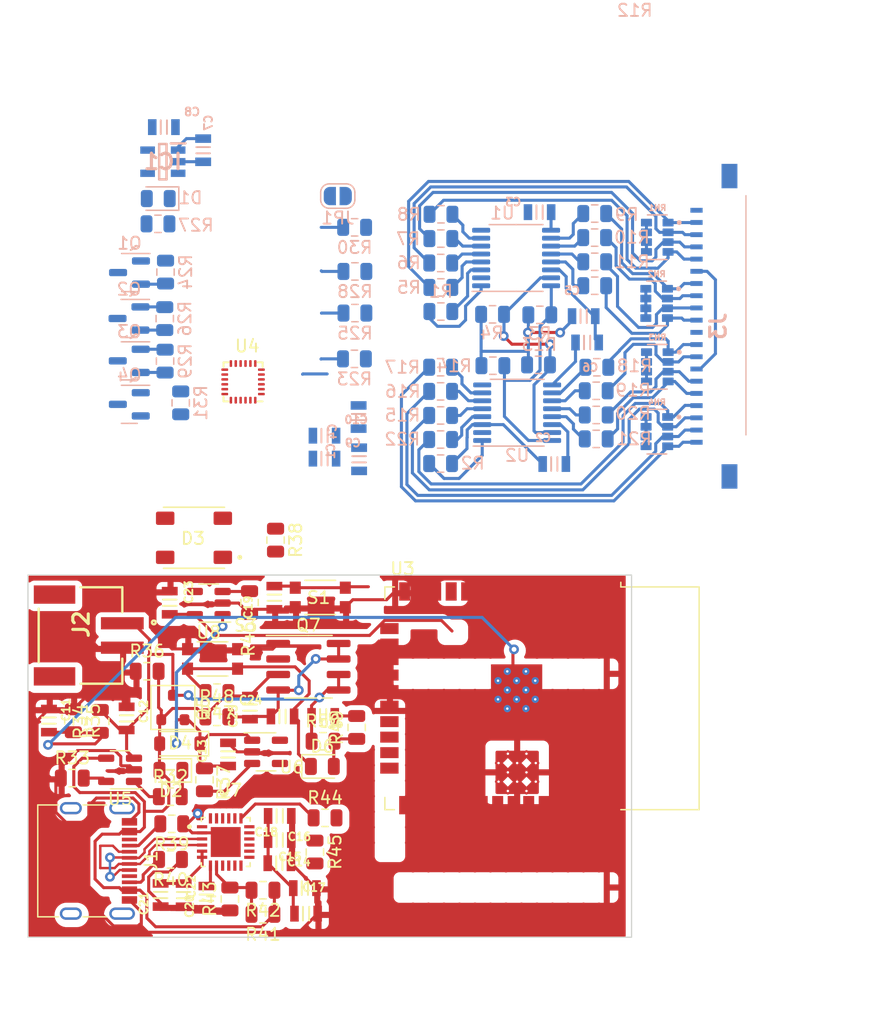
<source format=kicad_pcb>
(kicad_pcb (version 20221018) (generator pcbnew)
  (layers (0 "F.Cu" signal) (31 "B.Cu" signal) (34 "B.Paste" user) (35 "F.Paste" user) (36 "B.SilkS" user "B.Silkscreen") (37 "F.SilkS" user "F.Silkscreen") (38 "B.Mask" user) (39 "F.Mask" user) (44 "Edge.Cuts" user))
  (net 0 "")
  (net 1 "Net-(Q7B-G)")
  (net 2 "Net-(D6-K)")
  (net 3 "VBUS")
  (net 4 "Net-(Q7A-G)")
  (net 5 "+BATT")
  (net 6 "/VHI")
  (net 7 "GND")
  (net 9 "+1V8")
  (net 10 "/SDI{slash}SDA_1.8V")
  (net 11 "/SDI{slash}SDA")
  (net 12 "/SCK{slash}SCL_1.8V")
  (net 13 "/SCK{slash}SCL")
  (net 14 "/SDO{slash}ADR_1.8V")
  (net 15 "/SDO{slash}ADR")
  (net 16 "/INT_1.8V")
  (net 17 "/INT")
  (net 18 "/PIN_ENCEDIDO")
  (net 19 "/Reset")
  (net 20 "Net-(U1-IO0)")
  (net 21 "Net-(U1-IO1)")
  (net 22 "Net-(U1-IO2)")
  (net 23 "Net-(U1-IO3)")
  (net 24 "/Vref")
  (net 25 "Net-(U1-V_{LOGIC})")
  (net 26 "Net-(U1-IO4)")
  (net 27 "Net-(U1-IO5)")
  (net 28 "Net-(U1-IO6)")
  (net 29 "Net-(U1-IO7)")
  (net 30 "/SDA")
  (net 31 "/SCL")
  (net 33 "Net-(U2-IO0)")
  (net 34 "Net-(U2-IO1)")
  (net 35 "Net-(U2-IO2)")
  (net 36 "Net-(U2-IO3)")
  (net 37 "Net-(U2-V_{LOGIC})")
  (net 38 "Net-(U2-IO4)")
  (net 39 "Net-(U2-IO5)")
  (net 40 "Net-(U2-IO6)")
  (net 41 "Net-(U2-IO7)")
  (net 42 "+3V3")
  (net 43 "/~{RESET}")
  (net 47 "/A13_I35")
  (net 61 "/NEOPI2C_PWR")
  (net 62 "/GPIO0")
  (net 70 "/RXD0")
  (net 71 "/TXD0")
  (net 80 "/AUX_SCL")
  (net 81 "Net-(U4-REGOUT)")
  (net 82 "/FSYNC")
  (net 88 "/AUX_SDA")
  (net 89 "/CS_1.8V")
  (net 90 "Net-(U5-STAT)")
  (net 91 "Net-(U5-PROG)")
  (net 92 "/EN")
  (net 95 "/V_NEOPI2C")
  (net 96 "Net-(U7-VREGIN)")
  (net 97 "/3.45V")
  (net 98 "/I00_1")
  (net 99 "/I01_1")
  (net 100 "/I02_1")
  (net 101 "/I03_1")
  (net 102 "/I04_1")
  (net 103 "/I05_1")
  (net 104 "/I06_1")
  (net 105 "/I07_1")
  (net 106 "/I01_2")
  (net 107 "/I02_2")
  (net 108 "/I03_2")
  (net 109 "/I04_2")
  (net 110 "/I05_2")
  (net 111 "/I06_2")
  (net 112 "/I07_2")
  (net 113 "/I00_2")
  (net 114 "Net-(D2-K)")
  (net 115 "/CC1")
  (net 116 "/CC2")
  (net 117 "/VBUS_DET")
  (net 118 "/RTS")
  (net 119 "Net-(Q6A-G)")
  (net 120 "/DTR")
  (net 121 "Net-(Q6B-G)")
  (net 122 "/CS")
  (net 124 "/D+")
  (net 125 "/D-")
  (footprint "Package_TO_SOT_SMD:SOT-23-5" (layer "F.Cu") (at 131.8975 154.9 180)
    (fp_text reference "U5")
    (fp_text value "MCP73831-2-OT")
  )
  (footprint "Diode_SMD:D_SOD-123" (layer "F.Cu") (at 136.7875 152.76 180)
    (fp_text reference "D4")
    (fp_text value "MBR540")
  )
  (footprint "PCM_4ms_Capacitor:C_0805" (layer "F.Cu") (at 142.53375 149.80625 90)
    (fp_text reference "C25")
    (fp_text value "0.1uF" hide)
  )
  (footprint "KMR211NGLFS:SW_KMR211NGLFS" (layer "F.Cu") (at 148.29375 140.78625 180)
    (fp_text reference "S1")
    (fp_text value "KMR211NGLFS")
  )
  (footprint "PCM_4ms_Resistor:R_0805_2012Metric" (layer "F.Cu") (at 148.52 152.56)
    (fp_text reference "R50")
    (fp_text value "100K")
  )
  (footprint "PCM_4ms_Resistor:R_0805_2012Metric" (layer "F.Cu") (at 144.63 136.09 -90)
    (fp_text reference "R38")
    (fp_text value "10K")
  )
  (footprint "PCM_4ms_Resistor:R_0805_2012Metric" (layer "F.Cu") (at 148.68375 158.83625)
    (fp_text reference "R44")
    (fp_text value "10K")
  )
  (footprint "PCM_4ms_Capacitor:C_0805" (layer "F.Cu") (at 144.97 160.65)
    (fp_text reference "C15")
    (fp_text value "10uF" hide)
  )
  (footprint "PCM_4ms_Capacitor:C_0805" (layer "F.Cu") (at 132.43 150.69 -90)
    (fp_text reference "C12")
    (fp_text value "10uF" hide)
  )
  (footprint "RF_Module:ESP32-WROOM-32" (layer "F.Cu") (at 163.465 149.045 -90)
    (fp_text reference "U3")
    (fp_text value "ESP32-WROOM-32")
  )
  (footprint "PCM_4ms_Capacitor:C_0805" (layer "F.Cu") (at 148.53 150.49 180)
    (fp_text reference "C26")
    (fp_text value "10uF" hide)
  )
  (footprint "PCM_4ms_Resistor:R_0805_2012Metric" (layer "F.Cu") (at 139.82375 150.56625)
    (fp_text reference "R48")
    (fp_text value "100K")
  )
  (footprint "PCM_4ms_Capacitor:C_0805" (layer "F.Cu") (at 138.97 165.37 90)
    (fp_text reference "C20")
    (fp_text value "0.1uF" hide)
  )
  (footprint "KMR211NGLFS:SW_KMR211NGLFS" (layer "F.Cu") (at 139.47 145.82)
    (fp_text reference "S3")
    (fp_text value "KMR211NGLFS")
  )
  (footprint "PCM_4ms_Capacitor:C_0805" (layer "F.Cu") (at 135.215 165.15375 90)
    (fp_text reference "C21")
    (fp_text value "1uF" hide)
  )
  (footprint "PCM_4ms_Capacitor:C_0805" (layer "F.Cu") (at 147.13 166.68)
    (fp_text reference "C17")
    (fp_text value "10uF" hide)
  )
  (footprint "LED_SMD:LED_0805_2012Metric" (layer "F.Cu") (at 136.06 154.95 180)
    (fp_text reference "D2")
    (fp_text value "LED_ORANGE")
  )
  (footprint "PCM_4ms_Resistor:R_0805_2012Metric" (layer "F.Cu") (at 136.025 162.24375 180)
    (fp_text reference "R40")
    (fp_text value "5K1")
  )
  (footprint "PCM_4ms_Capacitor:C_0805" (layer "F.Cu") (at 135.96125 141.21625 90)
    (fp_text reference "C23")
    (fp_text value "10uF" hide)
  )
  (footprint "Diode_SMD:D_0805_2012Metric" (layer "F.Cu") (at 148.4625 154.625)
    (fp_text reference "D6")
    (fp_text value "D_Small")
  )
  (footprint "PCM_4ms_Capacitor:C_0805" (layer "F.Cu") (at 144.94 162.55)
    (fp_text reference "C16")
    (fp_text value "1uF" hide)
  )
  (footprint "PCM_4ms_Resistor:R_0805_2012Metric" (layer "F.Cu") (at 128.07 150.8875 -90)
    (fp_text reference "R35")
    (fp_text value "200K")
  )
  (footprint "PCM_4ms_Resistor:R_0805_2012Metric" (layer "F.Cu") (at 139.83375 148.57625 180)
    (fp_text reference "R47")
    (fp_text value "10K")
  )
  (footprint "PCM_4ms_Resistor:R_0805_2012Metric" (layer "F.Cu") (at 134.1125 146.83)
    (fp_text reference "R36")
    (fp_text value "100K")
  )
  (footprint "PCM_4ms_Capacitor:C_0805" (layer "F.Cu") (at 140.74 153.64 90)
    (fp_text reference "C13")
    (fp_text value "10uF" hide)
  )
  (footprint "PCM_4ms_Capacitor:C_0805" (layer "F.Cu") (at 126.07 150.8675 90)
    (fp_text reference "C11")
    (fp_text value "1uF" hide)
  )
  (footprint "PCM_4ms_Resistor:R_0805_2012Metric" (layer "F.Cu") (at 147.85375 161.63375 -90)
    (fp_text reference "R45")
    (fp_text value "10K")
  )
  (footprint "PCM_4ms_Resistor:R_0805_2012Metric" (layer "F.Cu") (at 151.275 151.4325 90)
    (fp_text reference "R49")
    (fp_text value "300K")
  )
  (footprint "Package_TO_SOT_SMD:SOT-23-5" (layer "F.Cu") (at 143.85 153.43)
    (fp_text reference "U6")
    (fp_text value "AP2112K-3.3")
  )
  (footprint "Sensor_Motion:InvenSense_QFN-24_3x3mm_P0.4mm" (layer "F.Cu") (at 141.97 123.13 180)
    (fp_text reference "U4")
    (fp_text value "ICM-20948")
  )
  (footprint "JST_PH_2:1769" (layer "F.Cu") (at 132.078 143.9 -90)
    (fp_text reference "J2")
    (fp_text value "1769" hide)
  )
  (footprint "PCM_4ms_Resistor:R_0805_2012Metric" (layer "F.Cu") (at 136.01 157.1)
    (fp_text reference "R32")
    (fp_text value "5K1")
  )
  (footprint "Connector_USB:USB_C_Receptacle_G-Switch_GT-USB-7010ASV" (layer "F.Cu") (at 128.9375 162.36 -90)
    (fp_text reference "J1")
    (fp_text value "USB_C_Receptacle_USB2.0")
  )
  (footprint "PCM_4ms_Resistor:R_0805_2012Metric" (layer "F.Cu") (at 138.81 155.72 90)
    (fp_text reference "R37")
    (fp_text value "100K")
  )
  (footprint "PCM_4ms_Capacitor:C_0805" (layer "F.Cu") (at 147.03 164.59)
    (fp_text reference "C14")
    (fp_text value "10uF" hide)
  )
  (footprint "PCM_4ms_Capacitor:C_0805" (layer "F.Cu") (at 137.105 165.16375 -90)
    (fp_text reference "C22")
    (fp_text value "0.1uF" hide)
  )
  (footprint "CP2102N-A02-GQFN24R:QFN50P400X400X80-25N" (layer "F.Cu") (at 140.5475 160.81375)
    (fp_text reference "U7")
    (fp_text value "CP2102N-A02-GQFN24R")
  )
  (footprint "PCM_4ms_Resistor:R_0805_2012Metric" (layer "F.Cu") (at 130.27 150.9375 90)
    (fp_text reference "R34")
    (fp_text value "200K")
  )
  (footprint "PCM_4ms_Capacitor:C_0805" (layer "F.Cu") (at 144.53375 140.80625 -90)
    (fp_text reference "C19")
    (fp_text value "1uF" hide)
  )
  (footprint "PCM_4ms_Resistor:R_0805_2012Metric" (layer "F.Cu") (at 136.1275 159.32375 180)
    (fp_text reference "R39")
    (fp_text value "5K1")
  )
  (footprint "NeoPixel_2758:SOL320P540X170-4N" (layer "F.Cu") (at 137.95 135.9 180)
    (fp_text reference "D3")
    (fp_text value "2758")
  )
  (footprint "PCM_4ms_Resistor:R_0805_2012Metric" (layer "F.Cu") (at 140.89 165.48 90)
    (fp_text reference "R43")
    (fp_text value "47K")
  )
  (footprint "PCM_4ms_Resistor:R_0805_2012Metric" (layer "F.Cu") (at 143.6 164.76 180)
    (fp_text reference "R42")
    (fp_text value "47K")
  )
  (footprint "PCM_4ms_Resistor:R_0805_2012Metric" (layer "F.Cu") (at 142.50125 141.20625 90)
    (fp_text reference "R46")
    (fp_text value "10K")
  )
  (footprint "PCM_4ms_Capacitor:C_0805" (layer "F.Cu") (at 145.2 150.53)
    (fp_text reference "C24")
    (fp_text value "1uF" hide)
  )
  (footprint "PCM_4ms_Capacitor:C_0805" (layer "F.Cu") (at 144.97 158.68)
    (fp_text reference "C18")
    (fp_text value "10uF" hide)
  )
  (footprint "Package_TO_SOT_SMD:SOT-23-5" (layer "F.Cu") (at 139.15375 141.24625 180)
    (fp_text reference "U8")
    (fp_text value "AP2112K-3.3")
  )
  (footprint "PCM_4ms_Resistor:R_0805_2012Metric" (layer "F.Cu") (at 143.5975 166.73 180)
    (fp_text reference "R41")
    (fp_text value "47K")
  )
  (footprint "PCM_Package_TO_SOT_SMD_AKL:SOT-23" (layer "F.Cu") (at 136.22 149.8 90)
    (fp_text reference "Q5")
    (fp_text value "DMG3415U" hide)
  )
  (footprint "PCM_4ms_Resistor:R_0805_2012Metric" (layer "F.Cu") (at 127.98 155.58)
    (fp_text reference "R33")
    (fp_text value "5K1")
  )
  (footprint "Package_SO:SOIC-8_3.9x4.9mm_P1.27mm" (layer "F.Cu") (at 147.32 146.46)
    (fp_text reference "Q7")
    (fp_text value "IRF7343PBF")
  )
  (footprint "Package_SO:TSSOP-16_4.4x5mm_P0.65mm" (layer "B.Cu") (at 164.42 125.65625)
    (fp_text reference "U2")
    (fp_text value "AD5593R")
  )
  (footprint "Package_TO_SOT_SMD:SOT-23" (layer "B.Cu") (at 132.6425 121.41 180)
    (fp_text reference "Q3")
    (fp_text value "BSS138")
  )
  (footprint "PCM_4ms_Capacitor:C_0805" (layer "B.Cu") (at 148.64 127.53625)
    (fp_text reference "C10")
    (fp_text value "0.1uF" hide)
  )
  (footprint "PCM_4ms_Resistor:R_0805_2012Metric" (layer "B.Cu") (at 151.1075 110.47625)
    (fp_text reference "R30")
    (fp_text value "10K")
  )
  (footprint "TC164-FR-07270KL:RESCAV80P320X160X70-8N" (layer "B.Cu") (at 175.865 127.20625 180)
    (fp_text reference "RN4")
    (fp_text value "TC164-FR-07270KL")
  )
  (footprint "PCM_4ms_Capacitor:C_0805" (layer "B.Cu") (at 169.865 117.75125)
    (fp_text reference "C5")
    (fp_text value "0.1uF" hide)
  )
  (footprint "MIC5225-1.8YM5-TR:SOT95P280X130-5N" (layer "B.Cu") (at 135.4 105.1 180)
    (fp_text reference "IC1")
    (fp_text value "MIC5225-1.8YM5-TR" hide)
  )
  (footprint "200528-0200:2005280200" (layer "B.Cu") (at 181.135 118.57625 -90)
    (fp_text reference "J3")
    (fp_text value "200528-0200 PI" hide)
  )
  (footprint "TC164-FR-07270KL:RESCAV80P320X160X70-8N" (layer "B.Cu") (at 175.895 111.28625 180)
    (fp_text reference "RN1")
    (fp_text value "TC164-FR-07270KL")
  )
  (footprint "PCM_4ms_Resistor:R_0805_2012Metric" (layer "B.Cu") (at 162.405 117.60125)
    (fp_text reference "R4")
    (fp_text value "10K")
  )
  (footprint "PCM_4ms_Resistor:R_0805_2012Metric" (layer "B.Cu") (at 151.1325 117.49625)
    (fp_text reference "R25")
    (fp_text value "10K")
  )
  (footprint "PCM_4ms_Capacitor:C_0805" (layer "B.Cu") (at 167.46 129.85625)
    (fp_text reference "C2")
    (fp_text value "0.1uF" hide)
  )
  (footprint "Package_TO_SOT_SMD:SOT-23" (layer "B.Cu") (at 132.6675 114.18 180)
    (fp_text reference "Q1")
    (fp_text value "BSS138")
  )
  (footprint "PCM_4ms_Capacitor:C_0805" (layer "B.Cu") (at 138.7 104.16 -90)
    (fp_text reference "C7")
    (fp_text value "10uF" hide)
  )
  (footprint "Package_SO:TSSOP-16_4.4x5mm_P0.65mm" (layer "B.Cu") (at 164.3325 112.98625)
    (fp_text reference "U1")
    (fp_text value "AD5593R")
  )
  (footprint "PCM_4ms_Resistor:R_0805_2012Metric" (layer "B.Cu") (at 158.16 113.39625 180)
    (fp_text reference "R6")
    (fp_text value "0Ω")
  )
  (footprint "PCM_4ms_Resistor:R_0805_2012Metric" (layer "B.Cu") (at 151.09 121.24625)
    (fp_text reference "R23")
    (fp_text value "10K")
  )
  (footprint "PCM_4ms_Resistor:R_0805_2012Metric" (layer "B.Cu") (at 135 110.19 180)
    (fp_text reference "R27")
    (fp_text value "10K")
  )
  (footprint "PCM_4ms_Resistor:R_0805_2012Metric" (layer "B.Cu") (at 158.15 125.88125 180)
    (fp_text reference "R15")
    (fp_text value "0Ω")
  )
  (footprint "PCM_4ms_Capacitor:C_0805" (layer "B.Cu") (at 170.15 119.90625 180)
    (fp_text reference "C6")
    (fp_text value "0.1uF" hide)
  )
  (footprint "PCM_4ms_Resistor:R_0805_2012Metric" (layer "B.Cu") (at 170.765 111.31625)
    (fp_text reference "R10")
    (fp_text value "0Ω")
  )
  (footprint "PCM_4ms_Resistor:R_0805_2012Metric" (layer "B.Cu") (at 166.17 121.73625)
    (fp_text reference "R13")
    (fp_text value "10K")
  )
  (footprint "PCM_4ms_Capacitor:C_0805" (layer "B.Cu") (at 135.48 102.27)
    (fp_text reference "C8")
    (fp_text value "10uF" hide)
  )
  (footprint "Diode_SMD:D_0805_2012Metric" (layer "B.Cu") (at 135.02 108.12 180)
    (fp_text reference "D1")
    (fp_text value "D_Small")
  )
  (footprint "Jumper:SolderJumper-2_P1.3mm_Open_RoundedPad1.0x1.5mm" (layer "B.Cu") (at 149.72625 107.91625)
    (fp_text reference "JP1")
    (fp_text value "SolderJumper_2_Open")
  )
  (footprint "Package_TO_SOT_SMD:SOT-23" (layer "B.Cu") (at 132.625 117.94 180)
    (fp_text reference "Q2")
    (fp_text value "BSS138")
  )
  (footprint "TC164-FR-07270KL:RESCAV80P320X160X70-8N" (layer "B.Cu") (at 175.9 121.89625 180)
    (fp_text reference "RN3")
    (fp_text value "TC164-FR-07270KL")
  )
  (footprint "PCM_4ms_Resistor:R_0805_2012Metric" (layer "B.Cu") (at 170.7725 109.34625)
    (fp_text reference "R9")
    (fp_text value "0Ω")
  )
  (footprint "PCM_4ms_Resistor:R_0805_2012Metric" (layer "B.Cu") (at 158.17 117.37125 180)
    (fp_text reference "R1")
    (fp_text value "10K")
  )
  (footprint "PCM_4ms_Capacitor:C_0805" (layer "B.Cu") (at 148.64 129.41625)
    (fp_text reference "C9")
    (fp_text value "10uF" hide)
  )
  (footprint "PCM_4ms_Resistor:R_0805_2012Metric" (layer "B.Cu") (at 158.15 127.85125 180)
    (fp_text reference "R22")
    (fp_text value "0Ω")
  )
  (footprint "PCM_4ms_Resistor:R_0805_2012Metric" (layer "B.Cu") (at 166.275 117.64125)
    (fp_text reference "R3")
    (fp_text value "10K")
  )
  (footprint "PCM_4ms_Resistor:R_0805_2012Metric" (layer "B.Cu") (at 136.8625 124.85 90)
    (fp_text reference "R31")
    (fp_text value "10K")
  )
  (footprint "TC164-FR-07270KL:RESCAV80P320X160X70-8N" (layer "B.Cu") (at 175.845 116.70625 180)
    (fp_text reference "RN2")
    (fp_text value "TC164-FR-07270KL")
  )
  (footprint "PCM_4ms_Resistor:R_0805_2012Metric" (layer "B.Cu") (at 158.15 123.91125 180)
    (fp_text reference "R16")
    (fp_text value "0Ω")
  )
  (footprint "PCM_4ms_Resistor:R_0805_2012Metric" (layer "B.Cu") (at 151.13 114.08625)
    (fp_text reference "R28")
    (fp_text value "10K")
  )
  (footprint "PCM_4ms_Resistor:R_0805_2012Metric" (layer "B.Cu") (at 158.18 109.40625 180)
    (fp_text reference "R8")
    (fp_text value "0Ω")
  )
  (footprint "PCM_4ms_Resistor:R_0805_2012Metric" (layer "B.Cu") (at 170.895 125.84125)
    (fp_text reference "R20")
    (fp_text value "0Ω")
  )
  (footprint "PCM_4ms_Resistor:R_0805_2012Metric" (layer "B.Cu") (at 170.7725 113.29625)
    (fp_text reference "R11")
    (fp_text value "0Ω")
  )
  (footprint "Package_TO_SOT_SMD:SOT-23" (layer "B.Cu") (at 132.65 124.97 180)
    (fp_text reference "Q4")
    (fp_text value "BSS138")
  )
  (footprint "PCM_4ms_Resistor:R_0805_2012Metric" (layer "B.Cu") (at 170.895 123.86125)
    (fp_text reference "R19")
    (fp_text value "0Ω")
  )
  (footprint "PCM_4ms_Capacitor:C_0805" (layer "B.Cu") (at 166.255 109.23125)
    (fp_text reference "C3")
    (fp_text value "0.1uF" hide)
  )
  (footprint "PCM_4ms_Resistor:R_0805_2012Metric" (layer "B.Cu") (at 170.7725 115.25625)
    (fp_text reference "R12")
    (fp_text value "0Ω")
  )
  (footprint "PCM_4ms_Resistor:R_0805_2012Metric" (layer "B.Cu") (at 158.17 111.39625 180)
    (fp_text reference "R7")
    (fp_text value "0Ω")
  )
  (footprint "PCM_4ms_Resistor:R_0805_2012Metric" (layer "B.Cu") (at 158.1475 129.82125 180)
    (fp_text reference "R2")
    (fp_text value "10K")
  )
  (footprint "PCM_4ms_Capacitor:C_0805" (layer "B.Cu") (at 151.47323 129.47125 -90)
    (fp_text reference "C1")
    (fp_text value "0.1uF" hide)
  )
  (footprint "PCM_4ms_Resistor:R_0805_2012Metric" (layer "B.Cu") (at 170.9475 121.93625)
    (fp_text reference "R18")
    (fp_text value "0Ω")
  )
  (footprint "PCM_4ms_Resistor:R_0805_2012Metric" (layer "B.Cu") (at 135.555 117.95 90)
    (fp_text reference "R26")
    (fp_text value "10K")
  )
  (footprint "PCM_4ms_Resistor:R_0805_2012Metric" (layer "B.Cu") (at 162.4325 121.80625)
    (fp_text reference "R14")
    (fp_text value "10K")
  )
  (footprint "PCM_4ms_Capacitor:C_0805" (layer "B.Cu") (at 151.43323 126.01125 -90)
    (fp_text reference "C4")
    (fp_text value "0.1uF" hide)
  )
  (footprint "PCM_4ms_Resistor:R_0805_2012Metric" (layer "B.Cu") (at 170.895 127.80125)
    (fp_text reference "R21")
    (fp_text value "0Ω")
  )
  (footprint "PCM_4ms_Resistor:R_0805_2012Metric" (layer "B.Cu") (at 158.15 121.93125 180)
    (fp_text reference "R17")
    (fp_text value "0Ω")
  )
  (footprint "PCM_4ms_Resistor:R_0805_2012Metric" (layer "B.Cu") (at 135.6175 114.14 90)
    (fp_text reference "R24")
    (fp_text value "10K")
  )
  (footprint "PCM_4ms_Resistor:R_0805_2012Metric" (layer "B.Cu") (at 135.58 121.43 90)
    (fp_text reference "R29")
    (fp_text value "10K")
  )
  (footprint "PCM_4ms_Resistor:R_0805_2012Metric" (layer "B.Cu") (at 158.17 115.39625 180)
    (fp_text reference "R5")
    (fp_text value "0Ω")
  )
  (gr_rect (start 124.35 138.95) (end 173.79 168.61) (stroke (width 0.1)) (fill none) (layer "Edge.Cuts"))
  (segment (start 146.53375 148.38625) (end 144.86625 148.38625) (width 0.25) (layer "F.Cu") (net 1))
  (segment (start 144.25 150.53) (end 142.76 150.53) (width 0.25) (layer "F.Cu") (net 1))
  (segment (start 149.795 144.555) (end 149.795 145.825) (width 0.25) (layer "F.Cu") (net 1))
  (segment (start 142.76 150.53) (end 142.53375 150.75625) (width 0.25) (layer "F.Cu") (net 1))
  (segment (start 142.34375 150.56625) (end 142.53375 150.75625) (width 0.25) (layer "F.Cu") (net 1))
  (segment (start 144.845 149.935) (end 144.25 150.53) (width 0.25) (layer "F.Cu") (net 1))
  (segment (start 147.92375 145.81625) (end 147.9325 145.825) (width 0.25) (layer "F.Cu") (net 1))
  (segment (start 147.9325 145.825) (end 149.795 145.825) (width 0.25) (layer "F.Cu") (net 1))
  (segment (start 140.76125 150.56625) (end 142.34375 150.56625) (width 0.25) (layer "F.Cu") (net 1))
  (segment (start 144.86625 148.38625) (end 144.845 148.365) (width 0.25) (layer "F.Cu") (net 1))
  (segment (start 144.845 148.365) (end 144.845 149.935) (width 0.25) (layer "F.Cu") (net 1))
  (via (at 147.92375 145.81625) (size 0.8) (drill 0.4) (layers "F.Cu" "B.Cu") (net 1))
  (via (at 146.53375 148.38625) (size 0.8) (drill 0.4) (layers "F.Cu" "B.Cu") (net 1))
  (segment (start 146.53375 147.20625) (end 147.92375 145.81625) (width 0.25) (layer "B.Cu") (net 1))
  (segment (start 146.53375 148.38625) (end 146.53375 147.20625) (width 0.25) (layer "B.Cu") (net 1))
  (segment (start 146.15 150.53) (end 146.51 150.89) (width 0.25) (layer "F.Cu") (net 2))
  (segment (start 146.15 149.913604) (end 146.15 150.53) (width 0.25) (layer "F.Cu") (net 2))
  (segment (start 137.42 146.62) (end 141.52 146.62) (width 0.25) (layer "F.Cu") (net 2))
  (segment (start 138.89625 148.57625) (end 137.42 147.1) (width 0.25) (layer "F.Cu") (net 2))
  (segment (start 146.51 150.89) (end 146.51 153.61) (width 0.25) (layer "F.Cu") (net 2))
  (segment (start 147.38375 147.61625) (end 147.38375 148.679854) (width 0.25) (layer "F.Cu") (net 2))
  (segment (start 137.42 147.1) (end 137.42 146.62) (width 0.25) (layer "F.Cu") (net 2))
  (segment (start 146.2375 146.47) (end 147.38375 147.61625) (width 0.25) (layer "F.Cu") (net 2))
  (segment (start 141.67 146.47) (end 146.2375 146.47) (width 0.25) (layer "F.Cu") (net 2))
  (segment (start 147.38375 148.679854) (end 146.15 149.913604) (width 0.25) (layer "F.Cu") (net 2))
  (segment (start 146.51 153.61) (end 147.525 154.625) (width 0.25) (layer "F.Cu") (net 2))
  (segment (start 141.52 146.62) (end 141.67 146.47) (width 0.25) (layer "F.Cu") (net 2))
  (segment (start 129.8475 163.85) (end 129.8475 160.75) (width 0.25) (layer "F.Cu") (net 3))
  (segment (start 142.53375 148.85625) (end 141.05125 148.85625) (width 0.25) (layer "F.Cu") (net 3))
  (segment (start 135.1225 152.775) (end 135.1375 152.76) (width 0.25) (layer "F.Cu") (net 3))
  (segment (start 133.8875 157.511878) (end 133.8875 159.605) (width 0.25) (layer "F.Cu") (net 3))
  (segment (start 138.88625 150.46125) (end 140.77125 148.57625) (width 0.25) (layer "F.Cu") (net 3))
  (segment (start 133.140622 156.765) (end 133.8875 157.511878) (width 0.25) (layer "F.Cu") (net 3))
  (segment (start 134.09 165.3175) (end 133.5325 164.76) (width 0.25) (layer "F.Cu") (net 3))
  (segment (start 144.535 166.73) (end 144.535 164.7625) (width 0.25) (layer "F.Cu") (net 3))
  (segment (start 135.05 146.83) (end 135.05 149.8) (width 0.25) (layer "F.Cu") (net 3))
  (segment (start 130.5475 164.55) (end 129.8475 163.85) (width 0.25) (layer "F.Cu") (net 3))
  (segment (start 140.77125 148.57625) (end 140.77125 148.68125) (width 0.25) (layer "F.Cu") (net 3))
  (segment (start 128.793166 153.95) (end 128.105 154.638166) (width 0.25) (layer "F.Cu") (net 3))
  (segment (start 135.275 150.025) (end 135.27 150.03) (width 0.25) (layer "F.Cu") (net 3))
  (segment (start 128.595 156.765) (end 133.140622 156.765) (width 0.25) (layer "F.Cu") (net 3))
  (segment (start 144.535 166.73) (end 143.51 167.755) (width 0.25) (layer "F.Cu") (net 3))
  (segment (start 138.88625 150.56625) (end 138.88625 150.46125) (width 0.25) (layer "F.Cu") (net 3))
  (segment (start 144.535 164.7625) (end 144.5375 164.76) (width 0.25) (layer "F.Cu") (net 3))
  (segment (start 135.1375 152.76) (end 135.1375 150.9325) (width 0.25) (layer "F.Cu") (net 3))
  (segment (start 136.19375 149.87625) (end 138.19625 149.87625) (width 0.25) (layer "F.Cu") (net 3))
  (segment (start 133.5325 159.96) (end 132.6625 159.96) (width 0.25) (layer "F.Cu") (net 3))
  (segment (start 135.885 157.791834) (end 135.378084 158.29875) (width 0.25) (layer "F.Cu") (net 3))
  (segment (start 131.832449 160.17) (end 132.042449 159.96) (width 0.25) (layer "F.Cu") (net 3))
  (segment (start 141.05125 148.85625) (end 140.77125 148.57625) (width 0.25) (layer "F.Cu") (net 3))
  (segment (start 135.1375 150.9325) (end 135.27 150.8) (width 0.25) (layer "F.Cu") (net 3))
  (segment (start 143.51 167.755) (end 134.805 167.755) (width 0.25) (layer "F.Cu") (net 3))
  (segment (start 133.925 158.29875) (end 133.8875 158.33625) (width 0.25) (layer "F.Cu") (net 3))
  (segment (start 132.042449 159.96) (end 132.6625 159.96) (width 0.25) (layer "F.Cu") (net 3))
  (segment (start 131.832449 164.55) (end 130.5475 164.55) (width 0.25) (layer "F.Cu") (net 3))
  (segment (start 133.8875 159.605) (end 133.5325 159.96) (width 0.25) (layer "F.Cu") (net 3))
  (segment (start 135.1225 154.95) (end 135.885 155.7125) (width 0.25) (layer "F.Cu") (net 3))
  (segment (start 132.6625 164.76) (end 132.042449 164.76) (width 0.25) (layer "F.Cu") (net 3))
  (segment (start 135.378084 158.29875) (end 133.925 158.29875) (width 0.25) (layer "F.Cu") (net 3))
  (segment (start 135.05 149.8) (end 135.275 150.025) (width 0.25) (layer "F.Cu") (net 3))
  (segment (start 138.19625 149.87625) (end 138.88625 150.56625) (width 0.25) (layer "F.Cu") (net 3))
  (segment (start 135.885 155.7125) (end 135.885 157.791834) (width 0.25) (layer "F.Cu") (net 3))
  (segment (start 135.1225 154.95) (end 135.1225 152.775) (width 0.25) (layer "F.Cu") (net 3))
  (segment (start 128.105 154.638166) (end 128.105 156.275) (width 0.25) (layer "F.Cu") (net 3))
  (segment (start 130.76 153.95) (end 128.793166 153.95) (width 0.25) (layer "F.Cu") (net 3))
  (segment (start 129.8475 160.75) (end 130.4275 160.17) (width 0.25) (layer "F.Cu") (net 3))
  (segment (start 133.5325 164.76) (end 132.6625 164.76) (width 0.25) (layer "F.Cu") (net 3))
  (segment (start 132.042449 164.76) (end 131.832449 164.55) (width 0.25) (layer "F.Cu") (net 3))
  (segment (start 135.27 150.8) (end 136.19375 149.87625) (width 0.25) (layer "F.Cu") (net 3))
  (segment (start 134.09 167.04) (end 134.09 165.3175) (width 0.25) (layer "F.Cu") (net 3))
  (segment (start 135.27 150.03) (end 135.27 150.8) (width 0.25) (layer "F.Cu") (net 3))
  (segment (start 144.845 147.095) (end 144.295 147.095) (width 0.25) (layer "F.Cu") (net 3))
  (segment (start 144.295 147.095) (end 142.53375 148.85625) (width 0.25) (layer "F.Cu") (net 3))
  (segment (start 134.805 167.755) (end 134.09 167.04) (width 0.25) (layer "F.Cu") (net 3))
  (segment (start 128.105 156.275) (end 128.595 156.765) (width 0.25) (layer "F.Cu") (net 3))
  (segment (start 130.4275 160.17) (end 131.832449 160.17) (width 0.25) (layer "F.Cu") (net 3))
  (segment (start 151.27 150.49) (end 151.275 150.495) (width 0.25) (layer "F.Cu") (net 4))
  (segment (start 149.48 150.49) (end 151.27 150.49) (width 0.25) (layer "F.Cu") (net 4))
  (segment (start 133.035 153.95) (end 132.43 153.345) (width 0.25) (layer "F.Cu") (net 5))
  (segment (start 147.58 149.64) (end 147.58 150.49) (width 0.25) (layer "F.Cu") (net 5))
  (segment (start 132.43 151.64) (end 131.91 151.64) (width 0.25) (layer "F.Cu") (net 5))
  (segment (start 137.49375 148.78625) (end 137.48 148.8) (width 0.25) (layer "F.Cu") (net 5))
  (segment (start 149.795 147.095) (end 149.795 148.365) (width 0.25) (layer "F.Cu") (net 5))
  (segment (start 134.31 145.45) (end 136.22 145.45) (width 0.25) (layer "F.Cu") (net 5))
  (segment (start 132.43 151.64) (end 134.2375 149.8325) (width 0.25) (layer "F.Cu") (net 5))
  (segment (start 132.43 153.345) (end 132.43 151.64) (width 0.25) (layer "F.Cu") (net 5))
  (segment (start 149.795 148.365) (end 148.855 148.365) (width 0.25) (layer "F.Cu") (net 5))
  (segment (start 131.91 151.64) (end 130.27 150) (width 0.25) (layer "F.Cu") (net 5))
  (segment (start 134.31 145.45) (end 134.31 144.232) (width 0.25) (layer "F.Cu") (net 5))
  (segment (start 148.855 148.365) (end 147.58 149.64) (width 0.25) (layer "F.Cu") (net 5))
  (segment (start 147.5825 152.56) (end 147.5825 150.4925) (width 0.25) (layer "F.Cu") (net 5))
  (segment (start 134.2375 149.8325) (end 134.2375 145.5225) (width 0.25) (layer "F.Cu") (net 5))
  (segment (start 134.31 144.232) (end 132.978 142.9) (width 0.25) (layer "F.Cu") (net 5))
  (segment (start 136.22 148.8) (end 136.22 145.45) (width 0.25) (layer "F.Cu") (net 5))
  (segment (start 147.5825 150.4925) (end 147.58 150.49) (width 0.25) (layer "F.Cu") (net 5))
  (segment (start 134.2375 145.5225) (end 134.31 145.45) (width 0.25) (layer "F.Cu") (net 5))
  (segment (start 137.48 148.8) (end 136.22 148.8) (width 0.25) (layer "F.Cu") (net 5))
  (segment (start 137.49375 148.78625) (end 137.48375 148.79625) (width 0.25) (layer "F.Cu") (net 5))
  (segment (start 137.48375 148.79625) (end 137.23375 148.79625) (width 0.25) (layer "F.Cu") (net 5))
  (segment (start 132.978 142.9) (end 132.078 142.9) (width 0.25) (layer "F.Cu") (net 5))
  (via (at 148.22375 148.97625) (size 0.8) (drill 0.4) (layers "F.Cu" "B.Cu") (net 5))
  (via (at 137.49375 148.78625) (size 0.8) (drill 0.4) (layers "F.Cu" "B.Cu") (net 5))
  (segment (start 137.81875 149.11125) (end 148.08875 149.11125) (width 0.25) (layer "B.Cu") (net 5))
  (segment (start 137.49375 148.78625) (end 137.81875 149.11125) (width 0.25) (layer "B.Cu") (net 5))
  (segment (start 148.08875 149.11125) (end 148.22375 148.97625) (width 0.25) (layer "B.Cu") (net 5))
  (segment (start 140.29125 142.19625) (end 140.29125 143.14375) (width 0.25) (layer "F.Cu") (net 6))
  (segment (start 138.4375 154.41) (end 138.81 154.7825) (width 0.25) (layer "F.Cu") (net 6))
  (segment (start 140.29125 143.14375) (end 140.29375 143.14625) (width 0.25) (layer "F.Cu") (net 6))
  (segment (start 139.1825 152.015) (end 142.2475 152.015) (width 0.25) (layer "F.Cu") (net 6))
  (segment (start 136.64 150.8) (end 137.17 150.8) (width 0.25) (layer "F.Cu") (net 6))
  (segment (start 138.4375 151.76) (end 137.4775 150.8) (width 0.25) (layer "F.Cu") (net 6))
  (segment (start 136.51375 150.92625) (end 136.64 150.8) (width 0.25) (layer "F.Cu") (net 6))
  (segment (start 136.51375 152.73625) (end 136.51375 150.92625) (width 0.25) (layer "F.Cu") (net 6))
  (segment (start 142.2475 152.015) (end 142.7125 152.48) (width 0.25) (layer "F.Cu") (net 6))
  (segment (start 138.4375 152.76) (end 138.4375 151.76) (width 0.25) (layer "F.Cu") (net 6))
  (segment (start 137.4775 150.8) (end 137.17 150.8) (width 0.25) (layer "F.Cu") (net 6))
  (segment (start 138.4375 152.76) (end 138.4375 154.41) (width 0.25) (layer "F.Cu") (net 6))
  (segment (start 140.74 154.59) (end 139.0025 154.59) (width 0.25) (layer "F.Cu") (net 6))
  (segment (start 138.4375 152.76) (end 139.1825 152.015) (width 0.25) (layer "F.Cu") (net 6))
  (segment (start 139.0025 154.59) (end 138.81 154.7825) (width 0.25) (layer "F.Cu") (net 6))
  (via (at 140.29375 143.14625) (size 0.8) (drill 0.4) (layers "F.Cu" "B.Cu") (net 6))
  (via (at 136.51375 152.73625) (size 0.8) (drill 0.4) (layers "F.Cu" "B.Cu") (net 6))
  (segment (start 136.51375 146.92625) (end 140.29375 143.14625) (width 0.25) (layer "B.Cu") (net 6))
  (segment (start 136.51375 152.73625) (end 136.51375 146.92625) (width 0.25) (layer "B.Cu") (net 6))
  (segment (start 131.95375 154.503001) (end 131.95375 153.809499) (width 0.25) (layer "F.Cu") (net 7))
  (segment (start 134.1375 168.205) (end 133.63375 167.70125) (width 0.25) (layer "F.Cu") (net 7))
  (segment (start 137.42 145.02) (end 137.4 145) (width 0.25) (layer "F.Cu") (net 7))
  (segment (start 129.3375 165.671726) (end 131.355774 167.69) (width 0.25) (layer "F.Cu") (net 7))
  (segment (start 130.05375 141.78625) (end 129.60375 142.23625) (width 0.25) (layer "F.Cu") (net 7))
  (segment (start 127.455774 159.2) (end 126.6375 158.381726) (width 0.25) (layer "F.Cu") (net 7))
  (segment (start 132.148 146.73) (end 132.148 149.1) (width 0.25) (layer "F.Cu") (net 7))
  (segment (start 137.105 166.11375) (end 138.76375 166.11375) (width 0.25) (layer "F.Cu") (net 7))
  (segment (start 132.148 149.1) (end 128.92 149.1) (width 0.25) (layer "F.Cu") (net 7))
  (segment (start 125.095 150.8925) (end 125.095 154.455) (width 0.25) (layer "F.Cu") (net 7))
  (segment (start 132.43 149.74) (end 132.148 149.458) (width 0.25) (layer "F.Cu") (net 7))
  (segment (start 144.38 145.02) (end 141.52 145.02) (width 0.25) (layer "F.Cu") (net 7))
  (segment (start 141.60375 141.24625) (end 140.29125 141.24625) (width 0.25) (layer "F.Cu") (net 7))
  (segment (start 137.115 166.12375) (end 137.105 166.11375) (width 0.25) (layer "F.Cu") (net 7))
  (segment (start 145.89 162.55) (end 147.93 164.59) (width 0.25) (layer "F.Cu") (net 7))
  (segment (start 129.3375 157.8325) (end 129.3375 159.2) (width 0.25) (layer "F.Cu") (net 7))
  (segment (start 134.239448 164.830552) (end 135.215 165.806104) (width 0.25) (layer "F.Cu") (net 7))
  (segment (start 137.065 159.32375) (end 137.40625 159.32375) (width 0.25) (layer "F.Cu") (net 7))
  (segment (start 126.07 149.9175) (end 128.0375 149.9175) (width 0.25) (layer "F.Cu") (net 7))
  (segment (start 142.88875 141.75625) (end 142.50125 142.14375) (width 0.25) (layer "F.Cu") (net 7))
  (segment (start 133.89375 141.78625) (end 130.05375 141.78625) (width 0.25) (layer "F.Cu") (net 7))
  (segment (start 139.0675 166.4175) (end 138.97 166.32) (width 0.25) (layer "F.Cu") (net 7))
  (segment (start 138.6125 160.06375) (end 139.7975 160.06375) (width 0.25) (layer "F.Cu") (net 7))
  (segment (start 132.6625 165.56) (end 133.63375 166.53125) (width 0.25) (layer "F.Cu") (net 7))
  (segment (start 140.89 166.4175) (end 139.0675 166.4175) (width 0.25) (layer "F.Cu") (net 7))
  (segment (start 125.095 154.455) (end 126.22 155.58) (width 0.25) (layer "F.Cu") (net 7))
  (segment (start 146.07375 141.75625) (end 146.24375 141.58625) (width 0.25) (layer "F.Cu") (net 7))
  (segment (start 135.215 166.10375) (end 137.095 166.10375) (width 0.25) (layer "F.Cu") (net 7))
  (segment (start 146.24375 141.58625) (end 150.34375 141.58625) (width 0.25) (layer "F.Cu") (net 7))
  (segment (start 137.805 160.06375) (end 138.6125 160.06375) (width 0.25) (layer "F.Cu") (net 7))
  (segment (start 134.64875 163.26875) (end 134.239448 163.678052) (width 0.25) (layer "F.Cu") (net 7))
  (segment (start 147.93 164.59) (end 147.98 164.59) (width 0.25) (layer "F.Cu") (net 7))
  (segment (start 131.469251 153.325) (end 128.405 153.325) (width 0.25) (layer "F.Cu") (net 7))
  (segment (start 145.92 160.65) (end 145.92 162.52) (width 0.25) (layer "F.Cu") (net 7))
  (segment (start 141.52 145.02) (end 137.42 145.02) (width 0.25) (layer "F.Cu") (net 7))
  (segment (start 135.215 165.806104) (end 135.215 166.10375) (width 0.25) (layer "F.Cu") (net 7))
  (segment (start 129.3375 159.2) (end 129.3375 165.671726) (width 0.25) (layer "F.Cu") (net 7))
  (segment (start 142.50125 142.14375) (end 141.60375 141.24625) (width 0.25) (layer "F.Cu") (net 7))
  (segment (start 129.955 157.215) (end 129.3375 157.8325) (width 0.25) (layer "F.Cu") (net 7))
  (segment (start 128.405 153.325) (end 127.0425 154.6875) (width 0.25) (layer "F.Cu") (net 7))
  (segment (start 139.7975 160.06375) (end 140.5475 160.81375) (width 0.25) (layer "F.Cu") (net 7))
  (segment (start 132.6625 159.16) (end 133.4375 158.385) (width 0.25) (layer "F.Cu") (net 7))
  (segment (start 132.2525 149.74) (end 132.43 149.74) (width 0.25) (layer "F.Cu") (net 7))
  (segment (start 130.1075 144.9) (end 132.078 144.9) (width 0.25) (layer "F.Cu") (net 7))
  (segment (start 129.60375 144.39625) (end 130.1075 144.9) (width 0.25) (layer "F.Cu") (net 7))
  (segment (start 138.76375 166.11375) (end 138.97 166.32) (width 0.25) (layer "F.Cu") (net 7))
  (segment (start 137.095 166.10375) (end 137.105 166.11375) (width 0.25) (layer "F.Cu") (net 7))
  (segment (start 134.37375 143.21625) (end 134.37375 142.26625) (width 0.25) (layer "F.Cu") (net 7))
  (segment (start 132.148 145.43) (end 132.148 146.73) (width 0.25) (layer "F.Cu") (net 7))
  (segment (start 134.37375 142.26625) (end 133.89375 141.78625) (width 0.25) (layer "F.Cu") (net 7))
  (segment (start 145.92 158.68) (end 145.92 160.65) (width 0.25) (layer "F.Cu") (net 7))
  (segment (start 133.4375 157.698274) (end 132.954226 157.215) (width 0.25) (layer "F.Cu") (net 7))
  (segment (start 133.035 154.9) (end 132.71 154.575) (width 0.25) (layer "F.Cu") (net 7))
  (segment (start 137.40625 159.32375) (end 138.25375 158.47625) (width 0.25) (layer "F.Cu") (net 7))
  (segment (start 144.53375 141.75625) (end 142.88875 141.75625) (width 0.25) (layer "F.Cu") (net 7))
  (segment (start 126.6375 155.985) (end 127.0425 155.58) (width 0.25) (layer "F.Cu") (net 7))
  (segment (start 146.555 168.205) (end 134.1375 168.205) (width 0.25) (layer "F.Cu") (net 7))
  (segment (start 131.95375 153.809499) (end 131.469251 153.325) (width 0.25) (layer "F.Cu") (net 7))
  (segment (start 144.53375 141.75625) (end 146.07375 141.75625) (width 0.25) (layer "F.Cu") (net 7))
  (segment (start 132.148 149.458) (end 132.148 149.1) (width 0.25) (layer "F.Cu") (net 7))
  (segment (start 141.48 153.43) (end 140.74 152.69) (width 0.25) (layer "F.Cu") (net 7))
  (segment (start 148.08 166.68) (end 146.555 168.205) (width 0.25) (layer "F.Cu") (net 7))
  (segment (start 145.92 162.52) (end 145.89 162.55) (width 0.25) (layer "F.Cu") (net 7))
  (segment (start 126.07 149.9175) (end 125.095 150.8925) (width 0.25) (layer "F.Cu") (net 7))
  (segment (start 136.1575 145) (end 134.37375 143.21625) (width 0.25) (layer "F.Cu") (net 7))
  (segment (start 128.92 149.1) (end 128.07 149.95) (width 0.25) (layer "F.Cu") (net 7))
  (segment (start 133.6225 167.69) (end 133.63375 167.70125) (width 0.25) (layer "F.Cu") (net 7))
  (segment (start 126.6375 158.381726) (end 126.6375 155.985) (width 0.25) (layer "F.Cu") (net 7))
  (segment (start 133.63375 166.53125) (end 133.63375 167.70125) (width 0.25) (layer "F.Cu") (net 7))
  (segment (start 136.9625 162.24375) (end 135.9375 163.26875) (width 0.25) (layer "F.Cu") (net 7))
  (segment (start 131.355774 167.69) (end 133.6225 167.69) (width 0.25) (layer "F.Cu") (net 7))
  (segment (start 147.98 166.58) (end 148.08 166.68) (width 0.25) (layer "F.Cu") (net 7))
  (segment (start 127.0425 154.6875) (end 127.0425 155.58) (width 0.25) (layer "F.Cu") (net 7))
  (segment (start 126.22 155.58) (end 127.0425 155.58) (width 0.25) (layer "F.Cu") (net 7))
  (segment (start 133.035 154.9) (end 133.568166 154.9) (width 0.25) (layer "F.Cu") (net 7))
  (segment (start 132.248 146.83) (end 132.148 146.73) (width 0.25) (layer "F.Cu") (net 7))
  (segment (start 150.95875 140.97125) (end 153.72875 140.97125) (width 0.25) (layer "F.Cu") (net 7))
  (segment (start 134.239448 163.678052) (end 134.239448 164.830552) (width 0.25) (layer "F.Cu") (net 7))
  (segment (start 133.4375 158.385) (end 133.4375 157.698274) (width 0.25) (layer "F.Cu") (net 7))
  (segment (start 150.34375 141.58625) (end 150.95875 140.97125) (width 0.25) (layer "F.Cu") (net 7))
  (segment (start 133.175 146.83) (end 132.248 146.83) (width 0.25) (layer "F.Cu") (net 7))
  (segment (start 144.845 144.555) (end 144.38 145.02) (width 0.25) (layer "F.Cu") (net 7))
  (segment (start 129.3375 159.2) (end 127.455774 159.2) (width 0.25) (layer "F.Cu") (net 7))
  (segment (start 153.72875 140.97125) (end 154.36375 140.33625) (width 0.25) (layer "F.Cu") (net 7))
  (segment (start 135.9375 163.26875) (end 134.64875 163.26875) (width 0.25) (layer "F.Cu") (net 7))
  (segment (start 137.4 145) (end 136.1575 145) (width 0.25) (layer "F.Cu") (net 7))
  (segment (start 147.98 164.59) (end 147.98 166.58) (width 0.25) (layer "F.Cu") (net 7))
  (segment (start 128.0375 149.9175) (end 128.07 149.95) (width 0.25) (layer "F.Cu") (net 7))
  (segment (start 132.954226 157.215) (end 129.955 157.215) (width 0.25) (layer "F.Cu") (net 7))
  (segment (start 137.065 159.32375) (end 137.805 160.06375) (width 0.25) (layer "F.Cu") (net 7))
  (segment (start 142.7125 153.43) (end 141.48 153.43) (width 0.25) (layer "F.Cu") (net 7))
  (segment (start 132.025749 154.575) (end 131.95375 154.503001) (width 0.25) (layer "F.Cu") (net 7))
  (segment (start 132.71 154.575) (end 132.025749 154.575) (width 0.25) (layer "F.Cu") (net 7))
  (segment (start 129.60375 142.23625) (end 129.60375 144.39625) (width 0.25) (layer "F.Cu") (net 7))
  (via (at 138.25375 158.47625) (size 0.8) (drill 0.4) (layers "F.Cu" "B.Cu") (net 7))
  (segment (start 168.435 115.46125) (end 168.435 114.512709) (width 0.25) (layer "B.Cu") (net 7))
  (segment (start 167.2825 126.63125) (end 167.971041 126.63125) (width 0.25) (layer "B.Cu") (net 7))
  (segment (start 174.96 117.90625) (end 174.96 115.50625) (width 0.25) (layer "B.Cu") (net 7))
  (segment (start 138.69 105.1) (end 138.7 105.11) (width 0.25) (layer "B.Cu") (net 7))
  (segment (start 170.725 117.75125) (end 168.435 115.46125) (width 0.25) (layer "B.Cu") (net 7))
  (segment (start 170.815 117.75125) (end 170.815 119.62125) (width 0.25) (layer "B.Cu") (net 7))
  (segment (start 167.971041 126.63125) (end 168.57 127.230209) (width 0.25) (layer "B.Cu") (net 7))
  (segment (start 136.65 105.1) (end 138.69 105.1) (width 0.25) (layer "B.Cu") (net 7))
  (segment (start 170.815 117.75125) (end 170.725 117.75125) (width 0.25) (layer "B.Cu") (net 7))
  (segment (start 168.435 114.512709) (end 167.883541 113.96125) (width 0.25) (layer "B.Cu") (net 7))
  (segment (start 170.815 119.62125) (end 171.1 119.90625) (width 0.25) (layer "B.Cu") (net 7))
  (segment (start 175.01 112.48625) (end 175.01 110.08625) (width 0.25) (layer "B.Cu") (net 7))
  (segment (start 167.883541 113.96125) (end 167.195 113.96125) (width 0.25) (layer "B.Cu") (net 7))
  (segment (start 168.57 129.69625) (end 168.41 129.85625) (width 0.25) (layer "B.Cu") (net 7))
  (segment (start 175.015 123.09625) (end 175.015 120.69625) (width 0.25) (layer "B.Cu") (net 7))
  (segment (start 174.98 128.40625) (end 174.98 126.00625) (width 0.25) (layer "B.Cu") (net 7))
  (segment (start 168.57 127.230209) (end 168.57 129.69625) (width 0.25) (layer "B.Cu") (net 7))
  (segment (start 133.5625 116.99) (end 135.5325 116.99) (width 0.25) (layer "B.Cu") (net 9))
  (segment (start 135.5325 116.99) (end 135.555 117.0125) (width 0.25) (layer "B.Cu") (net 9))
  (segment (start 146.87052 122.48125) (end 146.84302 122.50875) (width 0.25) (layer "B.Cu") (net 9))
  (segment (start 148.85552 122.48125) (end 146.87052 122.48125) (width 0.25) (layer "B.Cu") (net 9))
  (segment (start 135.5475 120.46) (end 135.58 120.4925) (width 0.25) (layer "B.Cu") (net 9))
  (segment (start 133.58 120.46) (end 135.5475 120.46) (width 0.25) (layer "B.Cu") (net 9))
  (segment (start 133.605 115.13) (end 135.565 115.13) (width 0.25) (layer "B.Cu") (net 10))
  (segment (start 135.565 115.13) (end 135.6175 115.0775) (width 0.25) (layer "B.Cu") (net 10))
  (segment (start 148.37 121.24625) (end 148.35 121.26625) (width 0.25) (layer "B.Cu") (net 11))
  (segment (start 150.1525 121.24625) (end 148.37 121.24625) (width 0.25) (layer "B.Cu") (net 11))
  (segment (start 135.5525 118.89) (end 135.555 118.8875) (width 0.25) (layer "B.Cu") (net 12))
  (segment (start 133.5625 118.89) (end 135.5525 118.89) (width 0.25) (layer "B.Cu") (net 12))
  (segment (start 148.4025 117.49625) (end 148.3925 117.50625) (width 0.25) (layer "B.Cu") (net 13))
  (segment (start 150.195 117.49625) (end 148.4025 117.49625) (width 0.25) (layer "B.Cu") (net 13))
  (segment (start 133.58 122.36) (end 135.5725 122.36) (width 0.25) (layer "B.Cu") (net 14))
  (segment (start 135.5725 122.36) (end 135.58 122.3675) (width 0.25) (layer "B.Cu") (net 14))
  (segment (start 148.425 114.08625) (end 148.375 114.03625) (width 0.25) (layer "B.Cu") (net 15))
  (segment (start 150.1925 114.08625) (end 148.425 114.08625) (width 0.25) (layer "B.Cu") (net 15))
  (segment (start 150.17 110.47625) (end 148.3675 110.47625) (width 0.25) (layer "B.Cu") (net 17))
  (segment (start 149.4 154.625) (end 149.4 152.6175) (width 0.25) (layer "F.Cu") (net 18))
  (segment (start 149.6475 152.37) (end 149.4575 152.56) (width 0.25) (layer "F.Cu") (net 18))
  (segment (start 151.275 152.37) (end 149.6475 152.37) (width 0.25) (layer "F.Cu") (net 18))
  (segment (start 149.4 152.6175) (end 149.4575 152.56) (width 0.25) (layer "F.Cu") (net 18))
  (segment (start 159.6625 131.04125) (end 158.43 131.04125) (width 0.25) (layer "B.Cu") (net 19))
  (segment (start 160.195 118.06625) (end 159.68 118.58125) (width 0.25) (layer "B.Cu") (net 19))
  (segment (start 161.5575 129.14625) (end 159.6625 131.04125) (width 0.25) (layer "B.Cu") (net 19))
  (segment (start 161.47 115.645146) (end 160.195 116.920146) (width 0.25) (layer "B.Cu") (net 19))
  (segment (start 161.47 115.26125) (end 161.47 115.645146) (width 0.25) (layer "B.Cu") (net 19))
  (segment (start 161.5575 127.93125) (end 161.5575 129.14625) (width 0.25) (layer "B.Cu") (net 19))
  (segment (start 157.89 118.58125) (end 157.2325 117.92375) (width 0.25) (layer "B.Cu") (net 19))
  (segment (start 157.2325 117.92375) (end 157.2325 117.37125) (width 0.25) (layer "B.Cu") (net 19))
  (segment (start 158.43 131.04125) (end 157.21 129.82125) (width 0.25) (layer "B.Cu") (net 19))
  (segment (start 160.195 116.920146) (end 160.195 118.06625) (width 0.25) (layer "B.Cu") (net 19))
  (segment (start 159.68 118.58125) (end 157.89 118.58125) (width 0.25) (layer "B.Cu") (net 19))
  (segment (start 160.2475 113.31125) (end 161.47 113.31125) (width 0.25) (layer "B.Cu") (net 20))
  (segment (start 159.1075 115.39625) (end 159.91 114.59375) (width 0.25) (layer "B.Cu") (net 20))
  (segment (start 159.91 113.64875) (end 160.2475 113.31125) (width 0.25) (layer "B.Cu") (net 20))
  (segment (start 159.91 114.59375) (end 159.91 113.64875) (width 0.25) (layer "B.Cu") (net 20))
  (segment (start 159.9175 112.66125) (end 161.47 112.66125) (width 0.25) (layer "B.Cu") (net 21))
  (segment (start 159.1825 113.39625) (end 159.9175 112.66125) (width 0.25) (layer "B.Cu") (net 21))
  (segment (start 159.0975 113.39625) (end 159.1825 113.39625) (width 0.25) (layer "B.Cu") (net 21))
  (segment (start 159.9575 112.01125) (end 161.47 112.01125) (width 0.25) (layer "B.Cu") (net 22))
  (segment (start 159.1075 111.39625) (end 159.3425 111.39625) (width 0.25) (layer "B.Cu") (net 22))
  (segment (start 159.3425 111.39625) (end 159.9575 112.01125) (width 0.25) (layer "B.Cu") (net 22))
  (segment (start 159.1175 109.40625) (end 159.1175 109.44125) (width 0.25) (layer "B.Cu") (net 23))
  (segment (start 160.4975 111.36125) (end 161.47 111.36125) (width 0.25) (layer "B.Cu") (net 23))
  (segment (start 159.9725 110.83625) (end 160.4975 111.36125) (width 0.25) (layer "B.Cu") (net 23))
  (segment (start 159.9725 110.29625) (end 159.9725 110.83625) (width 0.25) (layer "B.Cu") (net 23))
  (segment (start 159.1175 109.44125) (end 159.9725 110.29625) (width 0.25) (layer "B.Cu") (net 23))
  (segment (start 167.195 110.71125) (end 167.195 109.31125) (width 0.25) (layer "B.Cu") (net 25))
  (segment (start 167.195 109.31125) (end 167.265 109.24125) (width 0.25) (layer "B.Cu") (net 25))
  (segment (start 169.015 111.05375) (end 168.7075 111.36125) (width 0.25) (layer "B.Cu") (net 26))
  (segment (start 169.835 109.34625) (end 169.015 110.16625) (width 0.25) (layer "B.Cu") (net 26))
  (segment (start 168.7075 111.36125) (end 167.195 111.36125) (width 0.25) (layer "B.Cu") (net 26))
  (segment (start 169.015 110.16625) (end 169.015 111.05375) (width 0.25) (layer "B.Cu") (net 26))
  (segment (start 169.1325 112.01125) (end 167.195 112.01125) (width 0.25) (layer "B.Cu") (net 27))
  (segment (start 169.8275 111.31625) (end 169.1325 112.01125) (width 0.25) (layer "B.Cu") (net 27))
  (segment (start 169.835 113.29625) (end 169.5425 113.29625) (width 0.25) (layer "B.Cu") (net 28))
  (segment (start 168.9075 112.66125) (end 167.195 112.66125) (width 0.25) (layer "B.Cu") (net 28))
  (segment (start 169.5425 113.29625) (end 168.9075 112.66125) (width 0.25) (layer "B.Cu") (net 28))
  (segment (start 168.9825 113.91625) (end 168.3775 113.31125) (width 0.25) (layer "B.Cu") (net 29))
  (segment (start 169.835 115.25625) (end 169.1225 115.25625) (width 0.25) (layer "B.Cu") (net 29))
  (segment (start 168.3775 113.31125) (end 167.195 113.31125) (width 0.25) (layer "B.Cu") (net 29))
  (segment (start 169.1225 115.25625) (end 168.9825 115.11625) (width 0.25) (layer "B.Cu") (net 29))
  (segment (start 168.9825 115.11625) (end 168.9825 113.91625) (width 0.25) (layer "B.Cu") (net 29))
  (segment (start 163.99 120.04625) (end 163.32 119.37625) (width 0.25) (layer "F.Cu") (net 30))
  (segment (start 167.11 120.04625) (end 163.99 120.04625) (width 0.25) (layer "F.Cu") (net 30))
  (via (at 167.11 120.04625) (size 0.8) (drill 0.4) (layers "F.Cu" "B.Cu") (net 30))
  (via (at 163.32 119.37625) (size 0.8) (drill 0.4) (layers "F.Cu" "B.Cu") (net 30))
  (segment (start 167.1075 122.06875) (end 165.8 123.37625) (width 0.25) (layer "B.Cu") (net 30))
  (segment (start 167.11 120.04625) (end 167.11 121.73375) (width 0.25) (layer "B.Cu") (net 30))
  (segment (start 165.8 123.37625) (end 165.8 127.14625) (width 0.25) (layer "B.Cu") (net 30))
  (segment (start 163.3425 119.35375) (end 163.3425 117.60125) (width 0.25) (layer "B.Cu") (net 30))
  (segment (start 165.935 127.28125) (end 167.2825 127.28125) (width 0.25) (layer "B.Cu") (net 30))
  (segment (start 165.8 127.14625) (end 165.935 127.28125) (width 0.25) (layer "B.Cu") (net 30))
  (segment (start 167.1075 121.73625) (end 167.1075 122.06875) (width 0.25) (layer "B.Cu") (net 30))
  (segment (start 163.32 119.37625) (end 163.3425 119.35375) (width 0.25) (layer "B.Cu") (net 30))
  (segment (start 166.3325 114.61125) (end 167.195 114.61125) (width 0.25) (layer "B.Cu") (net 30))
  (segment (start 167.11 121.73375) (end 167.1075 121.73625) (width 0.25) (layer "B.Cu") (net 30))
  (segment (start 163.32 119.37625) (end 163.34 119.35625) (width 0.25) (layer "B.Cu") (net 30))
  (segment (start 163.3425 117.60125) (end 166.3325 114.61125) (width 0.25) (layer "B.Cu") (net 30))
  (segment (start 167.2125 115.27875) (end 167.195 115.26125) (width 0.25) (layer "B.Cu") (net 31))
  (segment (start 166.295 118.55875) (end 166.295 122.178084) (width 0.25) (layer "B.Cu") (net 31))
  (segment (start 163.37 121.80625) (end 163.3775 121.81375) (width 0.25) (layer "B.Cu") (net 31))
  (segment (start 163.3775 125.96375) (end 165.345 127.93125) (width 0.25) (layer "B.Cu") (net 31))
  (segment (start 163.3775 121.81375) (end 163.3775 125.96375) (width 0.25) (layer "B.Cu") (net 31))
  (segment (start 165.345 127.93125) (end 167.2825 127.93125) (width 0.25) (layer "B.Cu") (net 31))
  (segment (start 166.295 122.178084) (end 165.466834 123.00625) (width 0.25) (layer "B.Cu") (net 31))
  (segment (start 167.2125 117.64125) (end 167.2125 115.27875) (width 0.25) (layer "B.Cu") (net 31))
  (segment (start 165.466834 123.00625) (end 163.3775 123.00625) (width 0.25) (layer "B.Cu") (net 31))
  (segment (start 167.2125 117.64125) (end 166.295 118.55875) (width 0.25) (layer "B.Cu") (net 31))
  (segment (start 159.8775 127.50125) (end 159.5275 127.85125) (width 0.25) (layer "B.Cu") (net 33))
  (segment (start 161.5575 125.98125) (end 160.7675 125.98125) (width 0.25) (layer "B.Cu") (net 33))
  (segment (start 160.7675 125.98125) (end 159.8775 126.87125) (width 0.25) (layer "B.Cu") (net 33))
  (segment (start 159.5275 127.85125) (end 159.0875 127.85125) (width 0.25) (layer "B.Cu") (net 33))
  (segment (start 159.8775 126.87125) (end 159.8775 127.50125) (width 0.25) (layer "B.Cu") (net 33))
  (segment (start 160.3175 125.33125) (end 159.7675 125.88125) (width 0.25) (layer "B.Cu") (net 34))
  (segment (start 161.5575 125.33125) (end 160.3175 125.33125) (width 0.25) (layer "B.Cu") (net 34))
  (segment (start 159.7675 125.88125) (end 159.0875 125.88125) (width 0.25) (layer "B.Cu") (net 34))
  (segment (start 160.4375 124.68125) (end 159.6675 123.91125) (width 0.25) (layer "B.Cu") (net 35))
  (segment (start 159.6675 123.91125) (end 159.0875 123.91125) (width 0.25) (layer "B.Cu") (net 35))
  (segment (start 161.5575 124.68125) (end 160.4375 124.68125) (width 0.25) (layer "B.Cu") (net 35))
  (segment (start 161.5575 124.03125) (end 160.6275 124.03125) (width 0.25) (layer "B.Cu") (net 36))
  (segment (start 159.9 123.30375) (end 159.9 122.74375) (width 0.25) (layer "B.Cu") (net 36))
  (segment (start 159.9 122.74375) (end 159.0875 121.93125) (width 0.25) (layer "B.Cu") (net 36))
  (segment (start 160.6275 124.03125) (end 159.9 123.30375) (width 0.25) (layer "B.Cu") (net 36))
  (segment (start 169.1975 121.46625) (end 167.2825 123.38125) (width 0.25) (layer "B.Cu") (net 37))
  (segment (start 169.2 119.90625) (end 169.1975 119.90875) (width 0.25) (layer "B.Cu") (net 37))
  (segment (start 169.1975 119.90875) (end 169.1975 121.46625) (width 0.25) (layer "B.Cu") (net 37))
  (segment (start 167.971041 124.03125) (end 167.2825 124.03125) (width 0.25) (layer "B.Cu") (net 38))
  (segment (start 170.01 121.93625) (end 170.01 121.992291) (width 0.25) (layer "B.Cu") (net 38))
  (segment (start 170.01 121.992291) (end 167.971041 124.03125) (width 0.25) (layer "B.Cu") (net 38))
  (segment (start 167.2825 124.68125) (end 168.3475 124.68125) (width 0.25) (layer "B.Cu") (net 39))
  (segment (start 169.1675 123.86125) (end 169.9575 123.86125) (width 0.25) (layer "B.Cu") (net 39))
  (segment (start 168.3475 124.68125) (end 169.1675 123.86125) (width 0.25) (layer "B.Cu") (net 39))
  (segment (start 169.2375 125.84125) (end 168.7275 125.33125) (width 0.25) (layer "B.Cu") (net 40))
  (segment (start 168.7275 125.33125) (end 167.2825 125.33125) (width 0.25) (layer "B.Cu") (net 40))
  (segment (start 169.9575 125.84125) (end 169.2375 125.84125) (width 0.25) (layer "B.Cu") (net 40))
  (segment (start 169.0275 126.57125) (end 168.4375 125.98125) (width 0.25) (layer "B.Cu") (net 41))
  (segment (start 168.4375 125.98125) (end 167.2825 125.98125) (width 0.25) (layer "B.Cu") (net 41))
  (segment (start 169.9575 127.80125) (end 169.8275 127.80125) (width 0.25) (layer "B.Cu") (net 41))
  (segment (start 169.8275 127.80125) (end 169.0275 127.00125) (width 0.25) (layer "B.Cu") (net 41))
  (segment (start 169.0275 127.00125) (end 169.0275 126.57125) (width 0.25) (layer "B.Cu") (net 41))
  (segment (start 146.08 166.58) (end 146.18 166.68) (width 0.25) (layer "F.Cu") (net 42))
  (segment (start 144.02 160.65) (end 144.02 162.52) (width 0.25) (layer "F.Cu") (net 42))
  (segment (start 144.02 158.68) (end 144.02 160.65) (width 0.25) (layer "F.Cu") (net 42))
  (segment (start 146.03 164.59) (end 146.08 164.59) (width 0.25) (layer "F.Cu") (net 42))
  (segment (start 165.3 119.08625) (end 167.93 119.08625) (width 0.25) (layer "F.Cu") (net 42))
  (segment (start 167.93 119.08625) (end 167.94 119.09625) (width 0.25) (layer "F.Cu") (net 42))
  (segment (start 143.99 162.55) (end 146.03 164.59) (width 0.25) (layer "F.Cu") (net 42))
  (segment (start 144.02 162.52) (end 143.99 162.55) (width 0.25) (layer "F.Cu") (net 42))
  (segment (start 146.08 164.59) (end 146.08 166.58) (width 0.25) (layer "F.Cu") (net 42))
  (via (at 165.3 119.08625) (size 0.8) (drill 0.4) (layers "F.Cu" "B.Cu") (net 42))
  (via (at 167.94 119.09625) (size 0.8) (drill 0.4) (layers "F.Cu" "B.Cu") (net 42))
  (segment (start 165.3375 117.64125) (end 165.3375 119.04875) (width 0.25) (layer "B.Cu") (net 42))
  (segment (start 165.3375 119.12375) (end 165.3375 120.62625) (width 0.25) (layer "B.Cu") (net 42))
  (segment (start 168.915 117.75125) (end 168.915 118.12125) (width 0.25) (layer "B.Cu") (net 42))
  (segment (start 161.4675 120.63625) (end 161.4675 121.77875) (width 0.25) (layer "B.Cu") (net 42))
  (segment (start 165.3375 120.62625) (end 165.3375 121.63125) (width 0.25) (layer "B.Cu") (net 42))
  (segment (start 136.65 103.89) (end 137.33 103.21) (width 0.25) (layer "B.Cu") (net 42))
  (segment (start 161.47 113.96125) (end 160.64 113.96125) (width 0.25) (layer "B.Cu") (net 42))
  (segment (start 161.4775 120.62625) (end 161.4675 120.63625) (width 0.25) (layer "B.Cu") (net 42))
  (segment (start 137.33 103.21) (end 138.7 103.21) (width 0.25) (layer "B.Cu") (net 42))
  (segment (start 160.36 116.11875) (end 159.1075 117.37125) (width 0.25) (layer "B.Cu") (net 42))
  (segment (start 165.3375 119.04875) (end 165.3 119.08625) (width 0.25) (layer "B.Cu") (net 42))
  (segment (start 159.085 129.82125) (end 160.31 128.59625) (width 0.25) (layer "B.Cu") (net 42))
  (segment (start 160.31 128.59625) (end 160.31 127.705146) (width 0.25) (layer "B.Cu") (net 42))
  (segment (start 160.3275 127.057646) (end 160.753896 126.63125) (width 0.25) (layer "B.Cu") (net 42))
  (segment (start 161.4675 117.60125) (end 161.4675 120.63625) (width 0.25) (layer "B.Cu") (net 42))
  (segment (start 168.915 118.12125) (end 167.94 119.09625) (width 0.25) (layer "B.Cu") (net 42))
  (segment (start 161.4675 121.77875) (end 161.495 121.80625) (width 0.25) (layer "B.Cu") (net 42))
  (segment (start 160.36 114.24125) (end 160.36 116.11875) (width 0.25) (layer "B.Cu") (net 42))
  (segment (start 160.3275 127.687646) (end 160.3275 127.057646) (width 0.25) (layer "B.Cu") (net 42))
  (segment (start 165.3375 121.63125) (end 165.2325 121.73625) (width 0.25) (layer "B.Cu") (net 42))
  (segment (start 136.65 104.15) (end 136.65 103.89) (width 0.25) (layer "B.Cu") (net 42))
  (segment (start 160.31 127.705146) (end 160.3275 127.687646) (width 0.25) (layer "B.Cu") (net 42))
  (segment (start 165.3375 120.62625) (end 161.4775 120.62625) (width 0.25) (layer "B.Cu") (net 42))
  (segment (start 160.64 113.96125) (end 160.36 114.24125) (width 0.25) (layer "B.Cu") (net 42))
  (segment (start 166.51 129.85625) (end 163.285 126.63125) (width 0.25) (layer "B.Cu") (net 42))
  (segment (start 165.3 119.08625) (end 165.3375 119.12375) (width 0.25) (layer "B.Cu") (net 42))
  (segment (start 161.495 121.80625) (end 161.62 121.80625) (width 0.25) (layer "B.Cu") (net 42))
  (segment (start 160.753896 126.63125) (end 161.5575 126.63125) (width 0.25) (layer "B.Cu") (net 42))
  (segment (start 163.285 126.63125) (end 161.5575 126.63125) (width 0.25) (layer "B.Cu") (net 42))
  (segment (start 146.11375 139.85625) (end 146.24375 139.98625) (width 0.25) (layer "F.Cu") (net 43))
  (segment (start 144.53375 139.85625) (end 146.11375 139.85625) (width 0.25) (layer "F.Cu") (net 43))
  (segment (start 150.42125 139.90875) (end 150.34375 139.98625) (width 0.25) (layer "F.Cu") (net 43))
  (segment (start 152.23375 139.90875) (end 150.42125 139.90875) (width 0.25) (layer "F.Cu") (net 43))
  (segment (start 150.34375 139.98625) (end 146.24375 139.98625) (width 0.25) (layer "F.Cu") (net 43))
  (segment (start 128.12 151.875) (end 128.07 151.825) (width 0.25) (layer "F.Cu") (net 47))
  (segment (start 128.07 151.825) (end 126.0775 151.825) (width 0.25) (layer "F.Cu") (net 47))
  (segment (start 164.07375 145.12625) (end 164.16375 145.03625) (width 0.25) (layer "F.Cu") (net 47))
  (segment (start 164.07375 146.93625) (end 164.07375 145.12625) (width 0.25) (layer "F.Cu") (net 47))
  (segment (start 126.0775 151.825) (end 126.07 151.8175) (width 0.25) (layer "F.Cu") (net 47))
  (segment (start 125.99375 152.85625) (end 126.07375 152.77625) (width 0.25) (layer "F.Cu") (net 47))
  (segment (start 130.27 152.36) (end 130.27 151.875) (width 0.25) (layer "F.Cu") (net 47))
  (segment (start 126.07375 152.77625) (end 129.85375 152.77625) (width 0.25) (layer "F.Cu") (net 47))
  (segment (start 129.85375 152.77625) (end 130.27 152.36) (width 0.25) (layer "F.Cu") (net 47))
  (segment (start 130.27 151.875) (end 128.12 151.875) (width 0.25) (layer "F.Cu") (net 47))
  (via (at 164.16375 145.03625) (size 0.8) (drill 0.4) (layers "F.Cu" "B.Cu") (net 47))
  (via (at 125.99375 152.85625) (size 0.8) (drill 0.4) (layers "F.Cu" "B.Cu") (net 47))
  (segment (start 136.42875 142.42125) (end 125.99375 152.85625) (width 0.25) (layer "B.Cu") (net 47))
  (segment (start 161.54875 142.42125) (end 136.42875 142.42125) (width 0.25) (layer "B.Cu") (net 47))
  (segment (start 164.16375 145.03625) (end 161.54875 142.42125) (width 0.25) (layer "B.Cu") (net 47))
  (segment (start 140.29125 140.29625) (end 142.47375 140.29625) (width 0.25) (layer "F.Cu") (net 61))
  (segment (start 142.47375 140.29625) (end 142.50125 140.26875) (width 0.25) (layer "F.Cu") (net 61))
  (segment (start 135.0725 157.1) (end 134.285 157.1) (width 0.25) (layer "F.Cu") (net 90))
  (segment (start 134.285 157.1) (end 133.035 155.85) (width 0.25) (layer "F.Cu") (net 90))
  (segment (start 130.49 155.58) (end 130.76 155.85) (width 0.25) (layer "F.Cu") (net 91))
  (segment (start 128.9175 155.58) (end 130.49 155.58) (width 0.25) (layer "F.Cu") (net 91))
  (segment (start 140.435 156.6575) (end 142.7125 154.38) (width 0.25) (layer "F.Cu") (net 92))
  (segment (start 138.81 156.6575) (end 140.435 156.6575) (width 0.25) (layer "F.Cu") (net 92))
  (segment (start 137.98625 142.16625) (end 138.01625 142.19625) (width 0.25) (layer "F.Cu") (net 95))
  (segment (start 158.21375 142.66625) (end 159.08375 143.53625) (width 0.25) (layer "F.Cu") (net 95))
  (segment (start 139.71625 143.89625) (end 152.333522 143.89625) (width 0.25) (layer "F.Cu") (net 95))
  (segment (start 152.333522 143.89625) (end 153.563522 142.66625) (width 0.25) (layer "F.Cu") (net 95))
  (segment (start 135.96125 142.16625) (end 137.98625 142.16625) (width 0.25) (layer "F.Cu") (net 95))
  (segment (start 153.563522 142.66625) (end 158.21375 142.66625) (width 0.25) (layer "F.Cu") (net 95))
  (segment (start 138.01625 142.19625) (end 139.71625 143.89625) (width 0.25) (layer "F.Cu") (net 95))
  (segment (start 179.41 122.07625) (end 180.66 120.82625) (width 0.25) (layer "B.Cu") (net 95))
  (segment (start 180.66 114.76625) (end 179.97 114.07625) (width 0.25) (layer "B.Cu") (net 95))
  (segment (start 180.66 120.82625) (end 180.66 114.76625) (width 0.25) (layer "B.Cu") (net 95))
  (segment (start 179.11 122.07625) (end 179.41 122.07625) (width 0.25) (layer "B.Cu") (net 95))
  (segment (start 179.97 114.07625) (end 179.11 114.07625) (width 0.25) (layer "B.Cu") (net 95))
  (segment (start 139.2975 162.74875) (end 139.2975 164.0925) (width 0.25) (layer "F.Cu") (net 96))
  (segment (start 139.2975 164.0925) (end 138.97 164.42) (width 0.25) (layer "F.Cu") (net 96))
  (segment (start 138.6125 162.70625) (end 138.6125 162.06375) (width 0.25) (layer "F.Cu") (net 97))
  (segment (start 138.6125 161.56375) (end 138.6125 162.06375) (width 0.25) (layer "F.Cu") (net 97))
  (segment (start 137.095 164.20375) (end 137.105 164.21375) (width 0.25) (layer "F.Cu") (net 97))
  (segment (start 137.105 164.21375) (end 138.6125 162.70625) (width 0.25) (layer "F.Cu") (net 97))
  (segment (start 135.215 164.20375) (end 137.095 164.20375) (width 0.25) (layer "F.Cu") (net 97))
  (segment (start 157.155374 106.71625) (end 155.53 108.341624) (width 0.25) (layer "B.Cu") (net 98))
  (segment (start 155.53 113.69375) (end 157.2325 115.39625) (width 0.25) (layer "B.Cu") (net 98))
  (segment (start 176.78 110.08625) (end 176.78 109.935254) (width 0.25) (layer "B.Cu") (net 98))
  (segment (start 179.1 110.08625) (end 176.66 110.08625) (width 0.25) (layer "B.Cu") (net 98))
  (segment (start 155.53 108.341624) (end 155.53 113.69375) (width 0.25) (layer "B.Cu") (net 98))
  (segment (start 173.560996 106.71625) (end 157.155374 106.71625) (width 0.25) (layer "B.Cu") (net 98))
  (segment (start 179.11 110.07625) (end 179.1 110.08625) (width 0.25) (layer "B.Cu") (net 98))
  (segment (start 176.78 109.935254) (end 173.560996 106.71625) (width 0.25) (layer "B.Cu") (net 98))
  (segment (start 176.78 110.88625) (end 176.08 110.88625) (width 0.25) (layer "B.Cu") (net 99))
  (segment (start 178.16 111.07625) (end 177.97 110.88625) (width 0.25) (layer "B.Cu") (net 99))
  (segment (start 157.34177 107.16625) (end 155.98 108.52802) (width 0.25) (layer "B.Cu") (net 99))
  (segment (start 155.98 108.52802) (end 155.98 112.15375) (width 0.25) (layer "B.Cu") (net 99))
  (segment (start 179.11 111.07625) (end 178.16 111.07625) (width 0.25) (layer "B.Cu") (net 99))
  (segment (start 173.3746 107.16625) (end 157.34177 107.16625) (width 0.25) (layer "B.Cu") (net 99))
  (segment (start 177.97 110.88625) (end 176.78 110.88625) (width 0.25) (layer "B.Cu") (net 99))
  (segment (start 175.785 109.57665) (end 173.3746 107.16625) (width 0.25) (layer "B.Cu") (net 99))
  (segment (start 176.08 110.88625) (end 175.785 110.59125) (width 0.25) (layer "B.Cu") (net 99))
  (segment (start 155.98 112.15375) (end 157.2225 113.39625) (width 0.25) (layer "B.Cu") (net 99))
  (segment (start 175.785 110.59125) (end 175.785 109.57665) (width 0.25) (layer "B.Cu") (net 99))
  (segment (start 174.5025 113.21625) (end 173.8725 112.58625) (width 0.25) (layer "B.Cu") (net 100))
  (segment (start 173.8725 109.332354) (end 172.156396 107.61625) (width 0.25) (layer "B.Cu") (net 100))
  (segment (start 177.74 111.68625) (end 176.78 111.68625) (width 0.25) (layer "B.Cu") (net 100))
  (segment (start 157.528166 107.61625) (end 156.43 108.714416) (width 0.25) (layer "B.Cu") (net 100))
  (segment (start 179.11 112.07625) (end 178.13 112.07625) (width 0.25) (layer "B.Cu") (net 100))
  (segment (start 156.43 110.59375) (end 157.2325 111.39625) (width 0.25) (layer "B.Cu") (net 100))
  (segment (start 176.384904 111.68625) (end 175.785 112.286154) (width 0.25) (layer "B.Cu") (net 100))
  (segment (start 156.43 108.714416) (end 156.43 110.59375) (width 0.25) (layer "B.Cu") (net 100))
  (segment (start 175.785 112.286154) (end 175.785 112.906346) (width 0.25) (layer "B.Cu") (net 100))
  (segment (start 175.785 112.906346) (end 175.475096 113.21625) (width 0.25) (layer "B.Cu") (net 100))
  (segment (start 176.78 111.68625) (end 176.384904 111.68625) (width 0.25) (layer "B.Cu") (net 100))
  (segment (start 175.475096 113.21625) (end 174.5025 113.21625) (width 0.25) (layer "B.Cu") (net 100))
  (segment (start 173.8725 112.58625) (end 173.8725 109.332354) (width 0.25) (layer "B.Cu") (net 100))
  (segment (start 178.13 112.07625) (end 177.74 111.68625) (width 0.25) (layer "B.Cu") (net 100))
  (segment (start 172.156396 107.61625) (end 157.528166 107.61625) (width 0.25) (layer "B.Cu") (net 100))
  (segment (start 178.08 113.07625) (end 177.49 112.48625) (width 0.25) (layer "B.Cu") (net 101))
  (segment (start 177.49 112.48625) (end 176.78 112.48625) (width 0.25) (layer "B.Cu") (net 101))
  (segment (start 174.13 113.81625) (end 173.4225 113.10875) (width 0.25) (layer "B.Cu") (net 101))
  (segment (start 173.4225 113.10875) (end 173.4225 109.51875) (width 0.25) (layer "B.Cu") (net 101))
  (segment (start 176.78 112.98625) (end 175.94 113.82625) (width 0.25) (layer "B.Cu") (net 101))
  (segment (start 173.4225 109.51875) (end 172.16 108.25625) (width 0.25) (layer "B.Cu") (net 101))
  (segment (start 176.78 112.48625) (end 176.78 112.98625) (width 0.25) (layer "B.Cu") (net 101))
  (segment (start 179.11 113.07625) (end 178.08 113.07625) (width 0.25) (layer "B.Cu") (net 101))
  (segment (start 158.3925 108.25625) (end 157.2425 109.40625) (width 0.25) (layer "B.Cu") (net 101))
  (segment (start 175.737888 113.81625) (end 174.13 113.81625) (width 0.25) (layer "B.Cu") (net 101))
  (segment (start 172.16 108.25625) (end 158.3925 108.25625) (width 0.25) (layer "B.Cu") (net 101))
  (segment (start 175.747888 113.82625) (end 175.737888 113.81625) (width 0.25) (layer "B.Cu") (net 101))
  (segment (start 175.94 113.82625) (end 175.747888 113.82625) (width 0.25) (layer "B.Cu") (net 101))
  (segment (start 177.67 115.50625) (end 176.73 115.50625) (width 0.25) (layer "B.Cu") (net 102))
  (segment (start 176.73 115.444758) (end 175.551492 114.26625) (width 0.25) (layer "B.Cu") (net 102))
  (segment (start 179.11 115.07625) (end 178.1 115.07625) (width 0.25) (layer "B.Cu") (net 102))
  (segment (start 178.1 115.07625) (end 177.67 115.50625) (width 0.25) (layer "B.Cu") (net 102))
  (segment (start 172.9725 113.35875) (end 172.9725 110.60875) (width 0.25) (layer "B.Cu") (net 102))
  (segment (start 175.551492 114.26625) (end 173.88 114.26625) (width 0.25) (layer "B.Cu") (net 102))
  (segment (start 173.88 114.26625) (end 172.9725 113.35875) (width 0.25) (layer "B.Cu") (net 102))
  (segment (start 172.9725 110.60875) (end 171.71 109.34625) (width 0.25) (layer "B.Cu") (net 102))
  (segment (start 176.73 115.50625) (end 176.73 115.444758) (width 0.25) (layer "B.Cu") (net 102))
  (segment (start 176.334904 116.30625) (end 175.735 115.706346) (width 0.25) (layer "B.Cu") (net 103))
  (segment (start 177.75 116.30625) (end 176.73 116.30625) (width 0.25) (layer "B.Cu") (net 103))
  (segment (start 177.98 116.07625) (end 177.75 116.30625) (width 0.25) (layer "B.Cu") (net 103))
  (segment (start 176.73 116.30625) (end 176.334904 116.30625) (width 0.25) (layer "B.Cu") (net 103))
  (segment (start 175.735 115.706346) (end 175.735 115.086154) (width 0.25) (layer "B.Cu") (net 103))
  (segment (start 172.5225 112.13625) (end 171.7025 111.31625) (width 0.25) (layer "B.Cu") (net 103))
  (segment (start 179.11 116.07625) (end 177.98 116.07625) (width 0.25) (layer "B.Cu") (net 103))
  (segment (start 175.365096 114.71625) (end 173.62 114.71625) (width 0.25) (layer "B.Cu") (net 103))
  (segment (start 172.5225 113.61875) (end 172.5225 112.13625) (width 0.25) (layer "B.Cu") (net 103))
  (segment (start 175.735 115.086154) (end 175.365096 114.71625) (width 0.25) (layer "B.Cu") (net 103))
  (segment (start 173.62 114.71625) (end 172.5225 113.61875) (width 0.25) (layer "B.Cu") (net 103))
  (segment (start 172.64 114.49625) (end 171.71 113.56625) (width 0.25) (layer "B.Cu") (net 104))
  (segment (start 175.5042 118.67625) (end 174.36 118.67625) (width 0.25) (layer "B.Cu") (net 104))
  (segment (start 171.71 113.56625) (end 171.71 113.29625) (width 0.25) (layer "B.Cu") (net 104))
  (segment (start 176.334904 117.10625) (end 175.83 117.611154) (width 0.25) (layer "B.Cu") (net 104))
  (segment (start 176.73 117.10625) (end 176.334904 117.10625) (width 0.25) (layer "B.Cu") (net 104))
  (segment (start 179.11 117.07625) (end 176.76 117.07625) (width 0.25) (layer "B.Cu") (net 104))
  (segment (start 174.36 118.67625) (end 172.64 116.95625) (width 0.25) (layer "B.Cu") (net 104))
  (segment (start 175.83 118.35045) (end 175.5042 118.67625) (width 0.25) (layer "B.Cu") (net 104))
  (segment (start 176.76 117.07625) (end 176.73 117.10625) (width 0.25) (layer "B.Cu") (net 104))
  (segment (start 175.83 117.611154) (end 175.83 118.35045) (width 0.25) (layer "B.Cu") (net 104))
  (segment (start 172.64 116.95625) (end 172.64 114.49625) (width 0.25) (layer "B.Cu") (net 104))
  (segment (start 171.71 117.04625) (end 171.71 115.25625) (width 0.25) (layer "B.Cu") (net 105))
  (segment (start 178.07 118.07625) (end 177.9 117.90625) (width 0.25) (layer "B.Cu") (net 105))
  (segment (start 176.73 117.90625) (end 176.73 118.48625) (width 0.25) (layer "B.Cu") (net 105))
  (segment (start 176.06 119.15625) (end 173.82 119.15625) (width 0.25) (layer "B.Cu") (net 105))
  (segment (start 176.73 118.48625) (end 176.06 119.15625) (width 0.25) (layer "B.Cu") (net 105))
  (segment (start 177.9 117.90625) (end 176.73 117.90625) (width 0.25) (layer "B.Cu") (net 105))
  (segment (start 173.82 119.15625) (end 171.71 117.04625) (width 0.25) (layer "B.Cu") (net 105))
  (segment (start 179.11 118.07625) (end 178.07 118.07625) (width 0.25) (layer "B.Cu") (net 105))
  (segment (start 178.06 121.07625) (end 177.64 121.49625) (width 0.25) (layer "B.Cu") (net 106))
  (segment (start 177.64 121.49625) (end 176.785 121.49625) (width 0.25) (layer "B.Cu") (net 106))
  (segment (start 173.25 122.44375) (end 171.8325 123.86125) (width 0.25) (layer "B.Cu") (net 106))
  (segment (start 175.79 120.18625) (end 175.66 120.05625) (width 0.25) (layer "B.Cu") (net 106))
  (segment (start 173.93 120.05625) (end 173.25 120.73625) (width 0.25) (layer "B.Cu") (net 106))
  (segment (start 176.389904 121.49625) (end 175.79 120.896346) (width 0.25) (layer "B.Cu") (net 106))
  (segment (start 175.79 120.896346) (end 175.79 120.18625) (width 0.25) (layer "B.Cu") (net 106))
  (segment (start 175.66 120.05625) (end 173.93 120.05625) (width 0.25) (layer "B.Cu") (net 106))
  (segment (start 179.11 121.07625) (end 178.06 121.07625) (width 0.25) (layer "B.Cu") (net 106))
  (segment (start 176.785 121.49625) (end 176.389904 121.49625) (width 0.25) (layer "B.Cu") (net 106))
  (segment (start 173.25 120.73625) (end 173.25 122.44375) (width 0.25) (layer "B.Cu") (net 106))
  (segment (start 175.79 122.896154) (end 175.79 123.516346) (width 0.25) (layer "B.Cu") (net 107))
  (segment (start 173.7175 123.95625) (end 171.8325 125.84125) (width 0.25) (layer "B.Cu") (net 107))
  (segment (start 176.785 122.29625) (end 176.389904 122.29625) (width 0.25) (layer "B.Cu") (net 107))
  (segment (start 178.48 123.07625) (end 177.7 122.29625) (width 0.25) (layer "B.Cu") (net 107))
  (segment (start 175.350096 123.95625) (end 173.7175 123.95625) (width 0.25) (layer "B.Cu") (net 107))
  (segment (start 177.7 122.29625) (end 176.785 122.29625) (width 0.25) (layer "B.Cu") (net 107))
  (segment (start 175.79 123.516346) (end 175.350096 123.95625) (width 0.25) (layer "B.Cu") (net 107))
  (segment (start 179.11 123.07625) (end 178.48 123.07625) (width 0.25) (layer "B.Cu") (net 107))
  (segment (start 176.389904 122.29625) (end 175.79 122.896154) (width 0.25) (layer "B.Cu") (net 107))
  (segment (start 179.11 124.07625) (end 178.31 124.07625) (width 0.25) (layer "B.Cu") (net 108))
  (segment (start 172.645 126.98875) (end 171.8325 127.80125) (width 0.25) (layer "B.Cu") (net 108))
  (segment (start 178.31 124.07625) (end 177.33 123.09625) (width 0.25) (layer "B.Cu") (net 108))
  (segment (start 172.645 125.707646) (end 172.645 126.98875) (width 0.25) (layer "B.Cu") (net 108))
  (segment (start 176.785 123.157742) (end 175.518294 124.424448) (width 0.25) (layer "B.Cu") (net 108))
  (segment (start 173.928198 124.424448) (end 172.645 125.707646) (width 0.25) (layer "B.Cu") (net 108))
  (segment (start 175.518294 124.424448) (end 173.928198 124.424448) (width 0.25) (layer "B.Cu") (net 108))
  (segment (start 177.33 123.09625) (end 176.785 123.09625) (width 0.25) (layer "B.Cu") (net 108))
  (segment (start 176.785 123.09625) (end 176.785 123.157742) (width 0.25) (layer "B.Cu") (net 108))
  (segment (start 156.37 128.69375) (end 157.2125 127.85125) (width 0.25) (layer "B.Cu") (net 109))
  (segment (start 177.22 126.00625) (end 176.75 126.00625) (width 0.25) (layer "B.Cu") (net 109))
  (segment (start 176.75 125.48625) (end 176.16 124.89625) (width 0.25) (layer "B.Cu") (net 109))
  (segment (start 176.75 126.00625) (end 176.75 125.48625) (width 0.25) (layer "B.Cu") (net 109))
  (segment (start 156.37 130.485584) (end 156.37 128.69375) (width 0.25) (layer "B.Cu") (net 109))
  (segment (start 174.092792 124.89625) (end 173.095 125.894042) (width 0.25) (layer "B.Cu") (net 109))
  (segment (start 179.09 125.05625) (end 178.17 125.05625) (width 0.25) (layer "B.Cu") (net 109))
  (segment (start 179.11 125.07625) (end 179.09 125.05625) (width 0.25) (layer "B.Cu") (net 109))
  (segment (start 169.646834 131.49125) (end 157.375666 131.49125) (width 0.25) (layer "B.Cu") (net 109))
  (segment (start 157.375666 131.49125) (end 156.37 130.485584) (width 0.25) (layer "B.Cu") (net 109))
  (segment (start 173.095 125.894042) (end 173.095 128.043084) (width 0.25) (layer "B.Cu") (net 109))
  (segment (start 176.16 124.89625) (end 174.092792 124.89625) (width 0.25) (layer "B.Cu") (net 109))
  (segment (start 178.17 125.05625) (end 177.22 126.00625) (width 0.25) (layer "B.Cu") (net 109))
  (segment (start 173.095 128.043084) (end 169.646834 131.49125) (width 0.25) (layer "B.Cu") (net 109))
  (segment (start 178.17 126.07625) (end 177.44 126.80625) (width 0.25) (layer "B.Cu") (net 110))
  (segment (start 177.44 126.80625) (end 176.75 126.80625) (width 0.25) (layer "B.Cu") (net 110))
  (segment (start 173.59 128.18448) (end 169.79823 131.97625) (width 0.25) (layer "B.Cu") (net 110))
  (segment (start 175.97 126.421346) (end 175.97 125.68205) (width 0.25) (layer "B.Cu") (net 110))
  (segment (start 173.59 126.201154) (end 173.59 128.18448) (width 0.25) (layer "B.Cu") (net 110))
  (segment (start 155.84 130.59198) (end 155.84 127.25375) (width 0.25) (layer "B.Cu") (net 110))
  (segment (start 174.424904 125.36625) (end 173.59 126.201154) (width 0.25) (layer "B.Cu") (net 110))
  (segment (start 175.97 125.68205) (end 175.6542 125.36625) (width 0.25) (layer "B.Cu") (net 110))
  (segment (start 157.22427 131.97625) (end 155.84 130.59198) (width 0.25) (layer "B.Cu") (net 110))
  (segment (start 169.79823 131.97625) (end 157.22427 131.97625) (width 0.25) (layer "B.Cu") (net 110))
  (segment (start 179.11 126.07625) (end 178.17 126.07625) (width 0.25) (layer "B.Cu") (net 110))
  (segment (start 176.354904 126.80625) (end 175.97 126.421346) (width 0.25) (layer "B.Cu") (net 110))
  (segment (start 175.6542 125.36625) (end 174.424904 125.36625) (width 0.25) (layer "B.Cu") (net 110))
  (segment (start 155.84 127.25375) (end 157.2125 125.88125) (width 0.25) (layer "B.Cu") (net 110))
  (segment (start 176.75 126.80625) (end 176.354904 126.80625) (width 0.25) (layer "B.Cu") (net 110))
  (segment (start 156.28 132.42625) (end 155.39 131.53625) (width 0.25) (layer "B.Cu") (net 111))
  (segment (start 176.354904 127.60625) (end 175.77 128.191154) (width 0.25) (layer "B.Cu") (net 111))
  (segment (start 176.75 127.60625) (end 176.354904 127.60625) (width 0.25) (layer "B.Cu") (net 111))
  (segment (start 177.64 127.60625) (end 176.75 127.60625) (width 0.25) (layer "B.Cu") (net 111))
  (segment (start 155.39 131.53625) (end 155.39 125.73375) (width 0.25) (layer "B.Cu") (net 111))
  (segment (start 155.39 125.73375) (end 157.2125 123.91125) (width 0.25) (layer "B.Cu") (net 111))
  (segment (start 179.11 127.07625) (end 178.17 127.07625) (width 0.25) (layer "B.Cu") (net 111))
  (segment (start 172.16 132.42625) (end 156.28 132.42625) (width 0.25) (layer "B.Cu") (net 111))
  (segment (start 175.77 128.191154) (end 175.77 128.81625) (width 0.25) (layer "B.Cu") (net 111))
  (segment (start 178.17 127.07625) (end 177.64 127.60625) (width 0.25) (layer "B.Cu") (net 111))
  (segment (start 175.77 128.81625) (end 172.16 132.42625) (width 0.25) (layer "B.Cu") (net 111))
  (segment (start 179.11 128.07625) (end 178 128.07625) (width 0.25) (layer "B.Cu") (net 112))
  (segment (start 154.94 131.722646) (end 154.94 124.20375) (width 0.25) (layer "B.Cu") (net 112))
  (segment (start 172.346396 132.87625) (end 156.093604 132.87625) (width 0.25) (layer "B.Cu") (net 112))
  (segment (start 177.67 128.40625) (end 176.75 128.40625) (width 0.25) (layer "B.Cu") (net 112))
  (segment (start 156.093604 132.87625) (end 154.94 131.722646) (width 0.25) (layer "B.Cu") (net 112))
  (segment (start 176.75 128.40625) (end 176.75 128.472646) (width 0.25) (layer "B.Cu") (net 112))
  (segment (start 176.75 128.472646) (end 172.346396 132.87625) (width 0.25) (layer "B.Cu") (net 112))
  (segment (start 154.94 124.20375) (end 157.2125 121.93125) (width 0.25) (layer "B.Cu") (net 112))
  (segment (start 178 128.07625) (end 177.67 128.40625) (width 0.25) (layer "B.Cu") (net 112))
  (segment (start 177.41 120.69625) (end 176.785 120.69625) (width 0.25) (layer "B.Cu") (net 113))
  (segment (start 176.6 119.60625) (end 173.743604 119.60625) (width 0.25) (layer "B.Cu") (net 113))
  (segment (start 176.785 119.79125) (end 176.6 119.60625) (width 0.25) (layer "B.Cu") (net 113))
  (segment (start 171.885 121.50125) (end 171.885 121.93625) (width 0.25) (layer "B.Cu") (net 113))
  (segment (start 173.743604 119.60625) (end 172.8 120.549854) (width 0.25) (layer "B.Cu") (net 113))
  (segment (start 179.11 120.07625) (end 178.03 120.07625) (width 0.25) (layer "B.Cu") (net 113))
  (segment (start 178.03 120.07625) (end 177.41 120.69625) (width 0.25) (layer "B.Cu") (net 113))
  (segment (start 172.8 120.549854) (end 172.8 120.58625) (width 0.25) (layer "B.Cu") (net 113))
  (segment (start 172.8 120.58625) (end 171.885 121.50125) (width 0.25) (layer "B.Cu") (net 113))
  (segment (start 176.785 120.69625) (end 176.785 119.79125) (width 0.25) (layer "B.Cu") (net 113))
  (segment (start 136.9975 154.95) (end 136.9975 157.05) (width 0.25) (layer "F.Cu") (net 114))
  (segment (start 136.9975 157.05) (end 136.9475 157.1) (width 0.25) (layer "F.Cu") (net 114))
  (segment (start 133.40375 161.11) (end 132.6625 161.11) (width 0.25) (layer "F.Cu") (net 115))
  (segment (start 135.19 159.32375) (end 133.40375 161.11) (width 0.25) (layer "F.Cu") (net 115))
  (segment (start 135.037354 162.24375) (end 133.789448 163.491656) (width 0.25) (layer "F.Cu") (net 116))
  (segment (start 134.7775 162.55375) (end 135.0875 162.24375) (width 0.25) (layer "F.Cu") (net 116))
  (segment (start 133.789448 163.491656) (end 133.789448 163.903052) (width 0.25) (layer "F.Cu") (net 116))
  (segment (start 133.789448 163.903052) (end 133.5825 164.11) (width 0.25) (layer "F.Cu") (net 116))
  (segment (start 133.5825 164.11) (end 132.6625 164.11) (width 0.25) (layer "F.Cu") (net 116))
  (segment (start 135.0875 162.24375) (end 135.037354 162.24375) (width 0.25) (layer "F.Cu") (net 116))
  (segment (start 140.89 164.5425) (end 142.445 164.5425) (width 0.25) (layer "F.Cu") (net 117))
  (segment (start 142.66 166.73) (end 142.66 164.7625) (width 0.25) (layer "F.Cu") (net 117))
  (segment (start 139.7975 163.45) (end 139.7975 162.74875) (width 0.25) (layer "F.Cu") (net 117))
  (segment (start 140.89 164.5425) (end 139.7975 163.45) (width 0.25) (layer "F.Cu") (net 117))
  (segment (start 142.63 166.7) (end 142.66 166.73) (width 0.25) (layer "F.Cu") (net 117))
  (segment (start 142.445 164.5425) (end 142.6625 164.76) (width 0.25) (layer "F.Cu") (net 117))
  (segment (start 142.66 164.7625) (end 142.6625 164.76) (width 0.25) (layer "F.Cu") (net 117))
  (segment (start 146.615 157.705) (end 147.74625 158.83625) (width 0.25) (layer "F.Cu") (net 118))
  (segment (start 141.7975 158.87875) (end 142.97125 157.705) (width 0.25) (layer "F.Cu") (net 118))
  (segment (start 142.97125 157.705) (end 146.615 157.705) (width 0.25) (layer "F.Cu") (net 118))
  (segment (start 132.6625 163.11) (end 131.858186 163.11) (width 0.2) (layer "F.Cu") (net 124))
  (segment (start 133.9 161.67) (end 133.9 161.396585) (width 0.2) (layer "F.Cu") (net 124))
  (segment (start 133.46 162.11) (end 133.9 161.67) (width 0.2) (layer "F.Cu") (net 124))
  (segment (start 131.858186 163.11) (end 131.308186 163.66) (width 0.2) (layer "F.Cu") (net 124))
  (segment (start 134.732835 160.56375) (end 138.6125 160.56375) (width 0.2) (layer "F.Cu") (net 124))
  (segment (start 131.308186 163.66) (end 131.0675 163.66) (width 0.2) (layer "F.Cu") (net 124))
  (segment (start 132.6325 162.08) (end 132.6625 162.11) (width 0.2) (layer "F.Cu") (net 124))
  (segment (start 133.9 161.396585) (end 134.732835 160.56375) (width 0.2) (layer "F.Cu") (net 124))
  (segment (start 131.0675 162.08) (end 132.6325 162.08) (width 0.2) (layer "F.Cu") (net 124))
  (segment (start 132.6625 162.11) (end 133.46 162.11) (width 0.2) (layer "F.Cu") (net 124))
  (via (at 131.0675 163.66) (size 0.8) (drill 0.4) (layers "F.Cu" "B.Cu") (net 124))
  (via (at 131.0675 162.08) (size 0.8) (drill 0.4) (layers "F.Cu" "B.Cu") (net 124))
  (segment (start 131.0675 163.66) (end 131.0675 162.08) (width 0.2) (layer "B.Cu") (net 124))
  (segment (start 134.3 161.8425) (end 134.3 161.562271) (width 0.2) (layer "F.Cu") (net 125))
  (segment (start 132.6625 161.61) (end 131.7925 161.61) (width 0.2) (layer "F.Cu") (net 125))
  (segment (start 133.5325 162.61) (end 134.3 161.8425) (width 0.2) (layer "F.Cu") (net 125))
  (segment (start 134.798521 161.06375) (end 138.6125 161.06375) (width 0.2) (layer "F.Cu") (net 125))
  (segment (start 130.2725 162.95) (end 131.4525 162.95) (width 0.2) (layer "F.Cu") (net 125))
  (segment (start 131.7925 162.61) (end 132.6625 162.61) (width 0.2) (layer "F.Cu") (net 125))
  (segment (start 131.4525 162.95) (end 131.7925 162.61) (width 0.2) (layer "F.Cu") (net 125))
  (segment (start 130.2725 161.12) (end 130.2725 162.95) (width 0.2) (layer "F.Cu") (net 125))
  (segment (start 132.6625 162.61) (end 133.5325 162.61) (width 0.2) (layer "F.Cu") (net 125))
  (segment (start 134.3 161.562271) (end 134.798521 161.06375) (width 0.2) (layer "F.Cu") (net 125))
  (segment (start 131.3025 161.12) (end 130.2725 161.12) (width 0.2) (layer "F.Cu") (net 125))
  (segment (start 131.7925 161.61) (end 131.3025 161.12) (width 0.2) (layer "F.Cu") (net 125))
  (zone (net 7) (net_name "GND") (layer "F.Cu") (connect_pads (clearance 0.5)) (min_thickness 0.25) (fill yes (thermal_gap 0.5) (thermal_bridge_width 0.5))
    (polygon (pts (xy 122.18 136.47) (xy 180 136.58) (xy 180.24 175.72) (xy 122.06 175.37) (xy 122.3 136.48)))
  )
)
</source>
